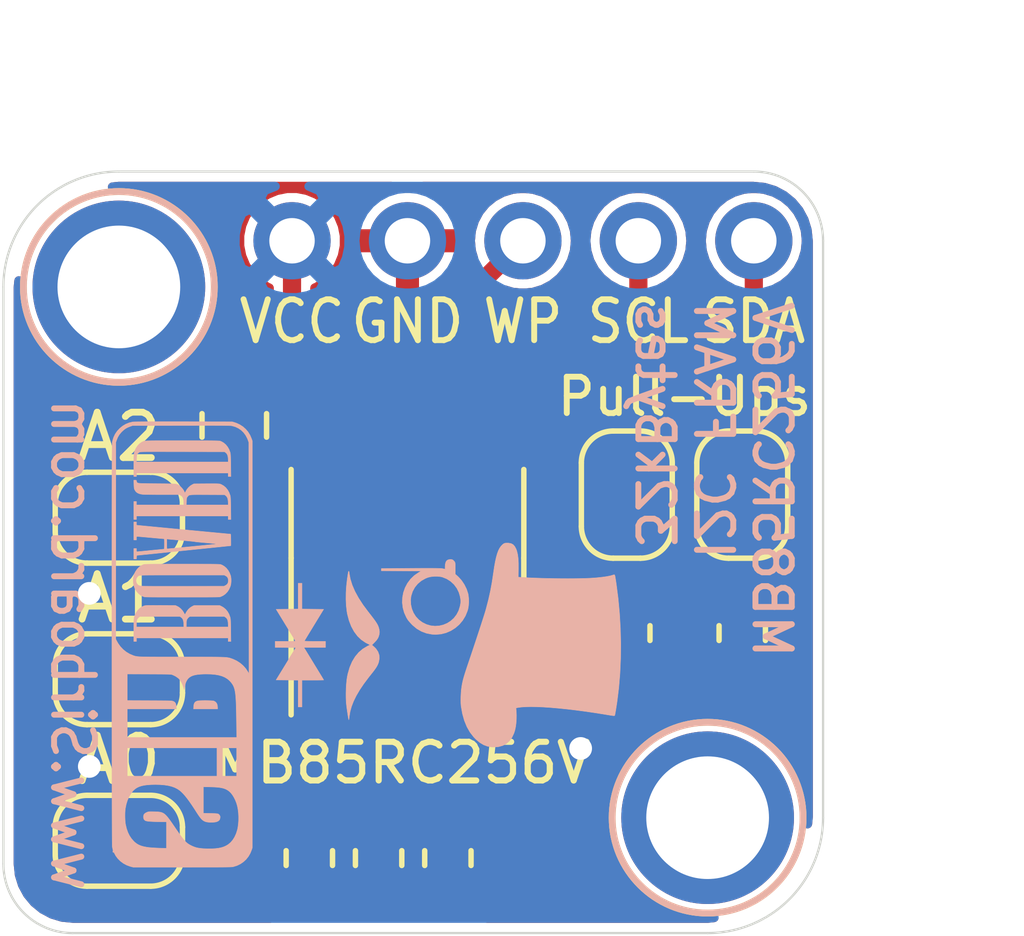
<source format=kicad_pcb>
(kicad_pcb (version 20171130) (host pcbnew "(5.1.2)-2")

  (general
    (thickness 1.6)
    (drawings 18)
    (tracks 62)
    (zones 0)
    (modules 17)
    (nets 11)
  )

  (page User 132.004 102.006)
  (title_block
    (title "MB85RC256V Based FRAM Module")
    (date 2019-12-06)
    (rev 1)
    (company www.SirBoard.com)
    (comment 1 SirBoard)
    (comment 2 SirKeep)
    (comment 3 MB85RC256V)
  )

  (layers
    (0 F.Cu signal)
    (31 B.Cu signal)
    (32 B.Adhes user hide)
    (33 F.Adhes user hide)
    (34 B.Paste user hide)
    (35 F.Paste user hide)
    (36 B.SilkS user)
    (37 F.SilkS user)
    (38 B.Mask user hide)
    (39 F.Mask user hide)
    (40 Dwgs.User user)
    (41 Cmts.User user hide)
    (42 Eco1.User user hide)
    (43 Eco2.User user hide)
    (44 Edge.Cuts user)
    (45 Margin user hide)
    (46 B.CrtYd user hide)
    (47 F.CrtYd user hide)
    (48 B.Fab user hide)
    (49 F.Fab user hide)
  )

  (setup
    (last_trace_width 0.127)
    (user_trace_width 0.127)
    (user_trace_width 0.15)
    (user_trace_width 0.2)
    (user_trace_width 0.25)
    (user_trace_width 0.3)
    (user_trace_width 0.4)
    (user_trace_width 0.5)
    (user_trace_width 0.6)
    (user_trace_width 0.7)
    (user_trace_width 0.8)
    (user_trace_width 0.9)
    (user_trace_width 1)
    (user_trace_width 1.5)
    (user_trace_width 2)
    (trace_clearance 0.127)
    (zone_clearance 0.2)
    (zone_45_only no)
    (trace_min 0.127)
    (via_size 0.6)
    (via_drill 0.3)
    (via_min_size 0.6)
    (via_min_drill 0.3)
    (user_via 0.6 0.3)
    (user_via 0.8 0.4)
    (user_via 1 0.5)
    (user_via 1.6 0.8)
    (user_via 3.5 2.5)
    (uvia_size 0.45)
    (uvia_drill 0.2)
    (uvias_allowed no)
    (uvia_min_size 0.45)
    (uvia_min_drill 0.1)
    (edge_width 0.05)
    (segment_width 0.2)
    (pcb_text_width 0.3)
    (pcb_text_size 1.5 1.5)
    (mod_edge_width 0.12)
    (mod_text_size 0.8 0.9)
    (mod_text_width 0.13)
    (pad_size 1.7 1.7)
    (pad_drill 1)
    (pad_to_mask_clearance 0)
    (solder_mask_min_width 0.1)
    (aux_axis_origin 0 0)
    (visible_elements 7FFFFFFF)
    (pcbplotparams
      (layerselection 0x010f0_ffffffff)
      (usegerberextensions false)
      (usegerberattributes false)
      (usegerberadvancedattributes false)
      (creategerberjobfile false)
      (excludeedgelayer true)
      (linewidth 0.100000)
      (plotframeref false)
      (viasonmask false)
      (mode 1)
      (useauxorigin true)
      (hpglpennumber 1)
      (hpglpenspeed 20)
      (hpglpendiameter 15.000000)
      (psnegative false)
      (psa4output false)
      (plotreference true)
      (plotvalue false)
      (plotinvisibletext false)
      (padsonsilk false)
      (subtractmaskfromsilk false)
      (outputformat 1)
      (mirror false)
      (drillshape 0)
      (scaleselection 1)
      (outputdirectory "C:/Users/elisha3/Desktop/GitHub/Gerbers/SirMicro/"))
  )

  (net 0 "")
  (net 1 GND)
  (net 2 SCL)
  (net 3 SDA)
  (net 4 VCC)
  (net 5 /A0)
  (net 6 /A1)
  (net 7 /A2)
  (net 8 WP)
  (net 9 "Net-(R1-Pad1)")
  (net 10 "Net-(R2-Pad1)")

  (net_class Default "This is the default net class."
    (clearance 0.127)
    (trace_width 0.127)
    (via_dia 0.6)
    (via_drill 0.3)
    (uvia_dia 0.45)
    (uvia_drill 0.2)
    (add_net /A0)
    (add_net /A1)
    (add_net /A2)
    (add_net GND)
    (add_net "Net-(R1-Pad1)")
    (add_net "Net-(R2-Pad1)")
    (add_net SCL)
    (add_net SDA)
    (add_net VCC)
    (add_net WP)
  )

  (module Package_SO:SOIC-8_3.9x4.9mm_P1.27mm (layer F.Cu) (tedit 5C97300E) (tstamp 5DEAE008)
    (at 58.42 42.545 90)
    (descr "SOIC, 8 Pin (JEDEC MS-012AA, https://www.analog.com/media/en/package-pcb-resources/package/pkg_pdf/soic_narrow-r/r_8.pdf), generated with kicad-footprint-generator ipc_gullwing_generator.py")
    (tags "SOIC SO")
    (path /5DEB39FE)
    (attr smd)
    (fp_text reference MB85RC256V (at -4.5085 -0.127 180) (layer F.SilkS)
      (effects (font (size 0.85 0.85) (thickness 0.135)))
    )
    (fp_text value MB85RC256V (at 0 3.4 90) (layer F.Fab)
      (effects (font (size 1 1) (thickness 0.15)))
    )
    (fp_text user %R (at 0 0 90) (layer F.Fab)
      (effects (font (size 0.98 0.98) (thickness 0.15)))
    )
    (fp_line (start 3.7 -2.7) (end -3.7 -2.7) (layer F.CrtYd) (width 0.05))
    (fp_line (start 3.7 2.7) (end 3.7 -2.7) (layer F.CrtYd) (width 0.05))
    (fp_line (start -3.7 2.7) (end 3.7 2.7) (layer F.CrtYd) (width 0.05))
    (fp_line (start -3.7 -2.7) (end -3.7 2.7) (layer F.CrtYd) (width 0.05))
    (fp_line (start -1.95 -1.475) (end -0.975 -2.45) (layer F.Fab) (width 0.1))
    (fp_line (start -1.95 2.45) (end -1.95 -1.475) (layer F.Fab) (width 0.1))
    (fp_line (start 1.95 2.45) (end -1.95 2.45) (layer F.Fab) (width 0.1))
    (fp_line (start 1.95 -2.45) (end 1.95 2.45) (layer F.Fab) (width 0.1))
    (fp_line (start -0.975 -2.45) (end 1.95 -2.45) (layer F.Fab) (width 0.1))
    (fp_line (start 0 -2.56) (end -3.45 -2.56) (layer F.SilkS) (width 0.12))
    (fp_line (start 0 -2.56) (end 1.95 -2.56) (layer F.SilkS) (width 0.12))
    (fp_line (start 0 2.56) (end -1.95 2.56) (layer F.SilkS) (width 0.12))
    (fp_line (start 0 2.56) (end 1.95 2.56) (layer F.SilkS) (width 0.12))
    (pad 8 smd roundrect (at 2.475 -1.905 90) (size 1.95 0.6) (layers F.Cu F.Paste F.Mask) (roundrect_rratio 0.25)
      (net 4 VCC))
    (pad 7 smd roundrect (at 2.475 -0.635 90) (size 1.95 0.6) (layers F.Cu F.Paste F.Mask) (roundrect_rratio 0.25)
      (net 8 WP))
    (pad 6 smd roundrect (at 2.475 0.635 90) (size 1.95 0.6) (layers F.Cu F.Paste F.Mask) (roundrect_rratio 0.25)
      (net 2 SCL))
    (pad 5 smd roundrect (at 2.475 1.905 90) (size 1.95 0.6) (layers F.Cu F.Paste F.Mask) (roundrect_rratio 0.25)
      (net 3 SDA))
    (pad 4 smd roundrect (at -2.475 1.905 90) (size 1.95 0.6) (layers F.Cu F.Paste F.Mask) (roundrect_rratio 0.25)
      (net 1 GND))
    (pad 3 smd roundrect (at -2.475 0.635 90) (size 1.95 0.6) (layers F.Cu F.Paste F.Mask) (roundrect_rratio 0.25)
      (net 7 /A2))
    (pad 2 smd roundrect (at -2.475 -0.635 90) (size 1.95 0.6) (layers F.Cu F.Paste F.Mask) (roundrect_rratio 0.25)
      (net 6 /A1))
    (pad 1 smd roundrect (at -2.475 -1.905 90) (size 1.95 0.6) (layers F.Cu F.Paste F.Mask) (roundrect_rratio 0.25)
      (net 5 /A0))
    (model ${KISYS3DMOD}/Package_SO.3dshapes/SOIC-8_3.9x4.9mm_P1.27mm.wrl
      (at (xyz 0 0 0))
      (scale (xyz 1 1 1))
      (rotate (xyz 0 0 0))
    )
  )

  (module logo:SirBoard98x31 (layer B.Cu) (tedit 0) (tstamp 5DE5FB5E)
    (at 53.467 44.45 90)
    (fp_text reference G*** (at 0 0 90) (layer B.SilkS) hide
      (effects (font (size 1.524 1.524) (thickness 0.3)) (justify mirror))
    )
    (fp_text value LOGO (at 0.75 0 90) (layer B.SilkS) hide
      (effects (font (size 1.524 1.524) (thickness 0.3)) (justify mirror))
    )
    (fp_poly (pts (xy -1.334868 0.770261) (xy -1.296392 0.756996) (xy -1.266987 0.734987) (xy -1.246785 0.704317)
      (xy -1.241064 0.688829) (xy -1.238088 0.672122) (xy -1.23565 0.645116) (xy -1.233769 0.610202)
      (xy -1.232464 0.56977) (xy -1.231755 0.52621) (xy -1.231659 0.481913) (xy -1.232196 0.43927)
      (xy -1.233385 0.400671) (xy -1.235245 0.368506) (xy -1.237795 0.345166) (xy -1.238311 0.34218)
      (xy -1.24858 0.307816) (xy -1.265582 0.282169) (xy -1.290549 0.264343) (xy -1.32471 0.253445)
      (xy -1.366838 0.248689) (xy -1.41605 0.246306) (xy -1.41605 0.7747) (xy -1.382278 0.7747)
      (xy -1.334868 0.770261)) (layer B.SilkS) (width 0.01))
    (fp_poly (pts (xy 3.948112 1.065045) (xy 4.013772 1.064113) (xy 4.068018 1.063129) (xy 4.112139 1.062033)
      (xy 4.147419 1.060764) (xy 4.175147 1.059258) (xy 4.196608 1.057456) (xy 4.21309 1.055294)
      (xy 4.225879 1.052713) (xy 4.230221 1.051557) (xy 4.294012 1.027902) (xy 4.351034 0.995831)
      (xy 4.400081 0.956391) (xy 4.439947 0.910632) (xy 4.469424 0.859603) (xy 4.478882 0.835482)
      (xy 4.480434 0.830097) (xy 4.481828 0.823175) (xy 4.483071 0.814047) (xy 4.484173 0.802044)
      (xy 4.485142 0.786497) (xy 4.485986 0.766739) (xy 4.486714 0.742099) (xy 4.487333 0.71191)
      (xy 4.487854 0.675503) (xy 4.488283 0.632208) (xy 4.488629 0.581357) (xy 4.488902 0.522282)
      (xy 4.489108 0.454314) (xy 4.489257 0.376783) (xy 4.489357 0.289022) (xy 4.489417 0.190361)
      (xy 4.489445 0.080132) (xy 4.48945 -0.003312) (xy 4.489445 -0.121255) (xy 4.489424 -0.227178)
      (xy 4.489376 -0.32176) (xy 4.489293 -0.40568) (xy 4.489163 -0.479619) (xy 4.488978 -0.544254)
      (xy 4.488726 -0.600266) (xy 4.488399 -0.648335) (xy 4.487986 -0.689139) (xy 4.487477 -0.723359)
      (xy 4.486863 -0.751673) (xy 4.486133 -0.774761) (xy 4.485278 -0.793303) (xy 4.484287 -0.807977)
      (xy 4.483151 -0.819465) (xy 4.481859 -0.828444) (xy 4.480403 -0.835595) (xy 4.478771 -0.841596)
      (xy 4.477128 -0.846623) (xy 4.453388 -0.896872) (xy 4.418842 -0.943299) (xy 4.375154 -0.984485)
      (xy 4.323992 -1.01901) (xy 4.267018 -1.045453) (xy 4.230548 -1.056899) (xy 4.218373 -1.059529)
      (xy 4.20328 -1.061668) (xy 4.183954 -1.063364) (xy 4.159082 -1.064661) (xy 4.127351 -1.065606)
      (xy 4.087447 -1.066244) (xy 4.038057 -1.066621) (xy 3.977866 -1.066784) (xy 3.947195 -1.0668)
      (xy 3.70205 -1.0668) (xy 3.70205 -1.010685) (xy 4.01955 -1.010685) (xy 4.098358 -1.00858)
      (xy 4.131373 -1.007576) (xy 4.154427 -1.006264) (xy 4.170256 -1.004075) (xy 4.181596 -1.000439)
      (xy 4.191183 -0.994789) (xy 4.200877 -0.987265) (xy 4.218338 -0.970356) (xy 4.233152 -0.951452)
      (xy 4.236427 -0.94599) (xy 4.238045 -0.942629) (xy 4.239507 -0.938464) (xy 4.24082 -0.932875)
      (xy 4.241989 -0.925242) (xy 4.243021 -0.914942) (xy 4.243924 -0.901356) (xy 4.244703 -0.883863)
      (xy 4.245366 -0.861841) (xy 4.245919 -0.834671) (xy 4.246369 -0.801731) (xy 4.246722 -0.762401)
      (xy 4.246986 -0.716059) (xy 4.247166 -0.662085) (xy 4.24727 -0.599859) (xy 4.247303 -0.528758)
      (xy 4.247274 -0.448164) (xy 4.247188 -0.357454) (xy 4.247053 -0.256008) (xy 4.246874 -0.143205)
      (xy 4.246659 -0.018425) (xy 4.24662 0.003175) (xy 4.244975 0.930275) (xy 4.227002 0.953768)
      (xy 4.206224 0.975479) (xy 4.180782 0.991026) (xy 4.148465 1.001262) (xy 4.10706 1.007039)
      (xy 4.085143 1.008398) (xy 4.01955 1.011315) (xy 4.01955 -1.010685) (xy 3.70205 -1.010685)
      (xy 3.70205 -1.00965) (xy 3.77825 -1.00965) (xy 3.77825 1.00965) (xy 3.70205 1.00965)
      (xy 3.70205 1.068223) (xy 3.948112 1.065045)) (layer B.SilkS) (width 0.01))
    (fp_poly (pts (xy 3.001962 1.065045) (xy 3.067622 1.064113) (xy 3.121868 1.063129) (xy 3.165989 1.062033)
      (xy 3.201269 1.060764) (xy 3.228997 1.059258) (xy 3.250458 1.057456) (xy 3.26694 1.055294)
      (xy 3.279729 1.052713) (xy 3.284071 1.051557) (xy 3.347955 1.027878) (xy 3.404993 0.995801)
      (xy 3.454004 0.95636) (xy 3.493808 0.910584) (xy 3.523224 0.859504) (xy 3.533106 0.834017)
      (xy 3.53576 0.824889) (xy 3.537924 0.814282) (xy 3.539635 0.800942) (xy 3.54093 0.783616)
      (xy 3.541844 0.761051) (xy 3.542416 0.731995) (xy 3.542681 0.695194) (xy 3.542677 0.649394)
      (xy 3.54244 0.593343) (xy 3.54203 0.529217) (xy 3.540125 0.257175) (xy 3.519529 0.21508)
      (xy 3.494525 0.175335) (xy 3.460396 0.137183) (xy 3.420595 0.103968) (xy 3.379572 0.079507)
      (xy 3.359885 0.069573) (xy 3.34574 0.061319) (xy 3.340106 0.056485) (xy 3.3401 0.056402)
      (xy 3.345417 0.05153) (xy 3.358292 0.045705) (xy 3.359075 0.045428) (xy 3.389753 0.030739)
      (xy 3.423362 0.008155) (xy 3.456231 -0.01937) (xy 3.484688 -0.04888) (xy 3.498368 -0.066675)
      (xy 3.506523 -0.078479) (xy 3.51354 -0.088941) (xy 3.519511 -0.099066) (xy 3.524531 -0.109863)
      (xy 3.52869 -0.122339) (xy 3.532081 -0.137501) (xy 3.534798 -0.156356) (xy 3.536932 -0.179912)
      (xy 3.538577 -0.209176) (xy 3.539824 -0.245156) (xy 3.540767 -0.288858) (xy 3.541497 -0.34129)
      (xy 3.542108 -0.40346) (xy 3.542692 -0.476375) (xy 3.5433 -0.555625) (xy 3.543961 -0.639343)
      (xy 3.544585 -0.711303) (xy 3.545236 -0.772447) (xy 3.545981 -0.823716) (xy 3.546886 -0.866051)
      (xy 3.548017 -0.900395) (xy 3.549439 -0.927688) (xy 3.551219 -0.948873) (xy 3.553421 -0.964891)
      (xy 3.556113 -0.976683) (xy 3.55936 -0.985191) (xy 3.563228 -0.991357) (xy 3.567782 -0.996122)
      (xy 3.573089 -1.000427) (xy 3.574499 -1.00151) (xy 3.588393 -1.007484) (xy 3.602037 -1.009448)
      (xy 3.612711 -1.010537) (xy 3.617819 -1.015761) (xy 3.619398 -1.028544) (xy 3.6195 -1.03882)
      (xy 3.6195 -1.06799) (xy 3.529012 -1.065381) (xy 3.490774 -1.063991) (xy 3.46258 -1.062128)
      (xy 3.441773 -1.059432) (xy 3.425698 -1.055546) (xy 3.411699 -1.050109) (xy 3.40995 -1.049297)
      (xy 3.37361 -1.026402) (xy 3.345502 -0.995481) (xy 3.325138 -0.955714) (xy 3.312033 -0.906284)
      (xy 3.308043 -0.877611) (xy 3.306983 -0.861183) (xy 3.305981 -0.833373) (xy 3.305055 -0.795503)
      (xy 3.304224 -0.74889) (xy 3.303505 -0.694855) (xy 3.302917 -0.634716) (xy 3.302476 -0.569794)
      (xy 3.302202 -0.501406) (xy 3.302112 -0.44098) (xy 3.302 -0.059636) (xy 3.28367 -0.030733)
      (xy 3.265424 -0.007558) (xy 3.243052 0.009276) (xy 3.214395 0.020681) (xy 3.177293 0.027572)
      (xy 3.138993 0.030498) (xy 3.0734 0.033415) (xy 3.0734 -1.00965) (xy 3.1496 -1.00965)
      (xy 3.1496 -1.0668) (xy 2.7559 -1.0668) (xy 2.7559 -1.00965) (xy 2.8321 -1.00965)
      (xy 2.8321 0.087865) (xy 3.0734 0.087865) (xy 3.152208 0.08997) (xy 3.185223 0.090974)
      (xy 3.208277 0.092286) (xy 3.224106 0.094475) (xy 3.235446 0.098111) (xy 3.245033 0.103761)
      (xy 3.254727 0.111285) (xy 3.26434 0.118914) (xy 3.272566 0.125713) (xy 3.279507 0.132677)
      (xy 3.285268 0.140807) (xy 3.289951 0.151099) (xy 3.293661 0.164553) (xy 3.296502 0.182167)
      (xy 3.298576 0.204938) (xy 3.299988 0.233865) (xy 3.30084 0.269947) (xy 3.301237 0.314181)
      (xy 3.301283 0.367566) (xy 3.30108 0.4311) (xy 3.300733 0.505781) (xy 3.300516 0.55245)
      (xy 3.298825 0.930275) (xy 3.280852 0.953768) (xy 3.260074 0.975479) (xy 3.234632 0.991026)
      (xy 3.202315 1.001262) (xy 3.16091 1.007039) (xy 3.138993 1.008398) (xy 3.0734 1.011315)
      (xy 3.0734 0.087865) (xy 2.8321 0.087865) (xy 2.8321 1.00965) (xy 2.7559 1.00965)
      (xy 2.7559 1.068223) (xy 3.001962 1.065045)) (layer B.SilkS) (width 0.01))
    (fp_poly (pts (xy 2.255698 1.067431) (xy 2.289396 1.06708) (xy 2.324118 1.066449) (xy 2.357546 1.06558)
      (xy 2.387366 1.064514) (xy 2.411261 1.063293) (xy 2.426916 1.061959) (xy 2.43205 1.060658)
      (xy 2.43264 1.053346) (xy 2.43436 1.03421) (xy 2.437132 1.004069) (xy 2.440877 0.963743)
      (xy 2.445519 0.91405) (xy 2.450979 0.855809) (xy 2.457179 0.789839) (xy 2.464043 0.716959)
      (xy 2.471492 0.637987) (xy 2.479448 0.553744) (xy 2.487834 0.465047) (xy 2.496572 0.372716)
      (xy 2.505584 0.27757) (xy 2.514793 0.180427) (xy 2.52412 0.082107) (xy 2.533489 -0.016573)
      (xy 2.54282 -0.114791) (xy 2.552037 -0.211731) (xy 2.561062 -0.306573) (xy 2.569817 -0.398497)
      (xy 2.578225 -0.486686) (xy 2.586207 -0.570319) (xy 2.593685 -0.648579) (xy 2.600583 -0.720646)
      (xy 2.606822 -0.785702) (xy 2.612325 -0.842927) (xy 2.617014 -0.891502) (xy 2.62081 -0.930609)
      (xy 2.623638 -0.959429) (xy 2.625417 -0.977142) (xy 2.62602 -0.982662) (xy 2.629678 -1.00965)
      (xy 2.69875 -1.00965) (xy 2.69875 -1.0668) (xy 2.30505 -1.0668) (xy 2.30505 -1.00965)
      (xy 2.34315 -1.00965) (xy 2.36424 -1.009386) (xy 2.375623 -1.007628) (xy 2.380293 -1.002924)
      (xy 2.381243 -0.993823) (xy 2.38125 -0.991179) (xy 2.380682 -0.981099) (xy 2.379058 -0.959768)
      (xy 2.376499 -0.928579) (xy 2.373123 -0.888926) (xy 2.369051 -0.842203) (xy 2.364402 -0.789804)
      (xy 2.359295 -0.733124) (xy 2.35585 -0.695325) (xy 2.350527 -0.636926) (xy 2.345582 -0.582161)
      (xy 2.341136 -0.532383) (xy 2.337305 -0.488946) (xy 2.334209 -0.453202) (xy 2.331967 -0.426507)
      (xy 2.330697 -0.410213) (xy 2.33045 -0.40582) (xy 2.329787 -0.401507) (xy 2.326652 -0.398358)
      (xy 2.319325 -0.396192) (xy 2.306087 -0.394825) (xy 2.285219 -0.394076) (xy 2.255002 -0.393761)
      (xy 2.21615 -0.3937) (xy 2.179637 -0.393906) (xy 2.14795 -0.394481) (xy 2.123092 -0.395355)
      (xy 2.107068 -0.396458) (xy 2.10185 -0.39763) (xy 2.101242 -0.404564) (xy 2.099504 -0.422861)
      (xy 2.09676 -0.451245) (xy 2.093133 -0.488443) (xy 2.088749 -0.533178) (xy 2.083732 -0.584177)
      (xy 2.078208 -0.640163) (xy 2.073275 -0.690021) (xy 2.067394 -0.749715) (xy 2.061922 -0.805914)
      (xy 2.056984 -0.857274) (xy 2.052706 -0.902452) (xy 2.049215 -0.940104) (xy 2.046636 -0.968886)
      (xy 2.045098 -0.987455) (xy 2.0447 -0.994065) (xy 2.045646 -1.002994) (xy 2.050553 -1.007644)
      (xy 2.062526 -1.009399) (xy 2.079625 -1.00965) (xy 2.11455 -1.00965) (xy 2.11455 -1.0668)
      (xy 1.88595 -1.0668) (xy 1.88595 -1.010256) (xy 1.925404 -1.008365) (xy 1.964859 -1.006475)
      (xy 2.033954 -0.331787) (xy 2.108021 -0.331787) (xy 2.109047 -0.335839) (xy 2.113139 -0.338772)
      (xy 2.122044 -0.340765) (xy 2.137509 -0.341994) (xy 2.16128 -0.342639) (xy 2.195104 -0.342877)
      (xy 2.217024 -0.3429) (xy 2.325848 -0.3429) (xy 2.322163 -0.309562) (xy 2.320832 -0.296181)
      (xy 2.318545 -0.271654) (xy 2.315435 -0.23749) (xy 2.311638 -0.195195) (xy 2.30729 -0.146278)
      (xy 2.302524 -0.092246) (xy 2.297476 -0.034607) (xy 2.294738 -0.003175) (xy 2.289649 0.054376)
      (xy 2.284747 0.107946) (xy 2.280163 0.156223) (xy 2.276031 0.197899) (xy 2.272481 0.231665)
      (xy 2.269647 0.256209) (xy 2.267659 0.270223) (xy 2.266908 0.27305) (xy 2.265479 0.279869)
      (xy 2.263141 0.297972) (xy 2.260032 0.325985) (xy 2.256291 0.362535) (xy 2.252059 0.40625)
      (xy 2.247473 0.455756) (xy 2.242674 0.50968) (xy 2.241304 0.525463) (xy 2.236488 0.58023)
      (xy 2.231868 0.630834) (xy 2.22758 0.675926) (xy 2.22376 0.714155) (xy 2.220544 0.744171)
      (xy 2.218067 0.764626) (xy 2.216467 0.774167) (xy 2.216185 0.7747) (xy 2.215181 0.768563)
      (xy 2.213086 0.750885) (xy 2.210009 0.72277) (xy 2.206056 0.685322) (xy 2.201336 0.639643)
      (xy 2.195957 0.586837) (xy 2.190026 0.528007) (xy 2.183652 0.464256) (xy 2.176942 0.396688)
      (xy 2.170004 0.326405) (xy 2.162945 0.254512) (xy 2.155875 0.18211) (xy 2.1489 0.110304)
      (xy 2.142128 0.040197) (xy 2.135668 -0.027109) (xy 2.129627 -0.09051) (xy 2.124113 -0.148902)
      (xy 2.119233 -0.201183) (xy 2.115097 -0.246249) (xy 2.11181 -0.282997) (xy 2.109482 -0.310324)
      (xy 2.10822 -0.327127) (xy 2.108021 -0.331787) (xy 2.033954 -0.331787) (xy 2.070859 0.028575)
      (xy 2.08247 0.14192) (xy 2.093731 0.251813) (xy 2.104577 0.357593) (xy 2.114937 0.458597)
      (xy 2.124746 0.554164) (xy 2.133933 0.643632) (xy 2.142431 0.726338) (xy 2.150173 0.801621)
      (xy 2.157089 0.868818) (xy 2.163113 0.927268) (xy 2.168175 0.976308) (xy 2.172209 1.015276)
      (xy 2.175145 1.04351) (xy 2.176915 1.060349) (xy 2.177455 1.065213) (xy 2.183901 1.066394)
      (xy 2.200634 1.06713) (xy 2.225339 1.067462) (xy 2.255698 1.067431)) (layer B.SilkS) (width 0.01))
    (fp_poly (pts (xy 0.315912 1.065045) (xy 0.379618 1.064193) (xy 0.432035 1.063338) (xy 0.474574 1.062405)
      (xy 0.508644 1.061319) (xy 0.535658 1.060003) (xy 0.557025 1.05838) (xy 0.574156 1.056377)
      (xy 0.588461 1.053916) (xy 0.601353 1.050921) (xy 0.607066 1.049379) (xy 0.670208 1.026095)
      (xy 0.726962 0.993722) (xy 0.775879 0.953382) (xy 0.815509 0.906199) (xy 0.835519 0.872552)
      (xy 0.860425 0.823475) (xy 0.860425 0.257175) (xy 0.839829 0.21508) (xy 0.814825 0.175335)
      (xy 0.780696 0.137183) (xy 0.740895 0.103968) (xy 0.699872 0.079507) (xy 0.680212 0.069713)
      (xy 0.66609 0.061804) (xy 0.66046 0.05744) (xy 0.660453 0.057368) (xy 0.665672 0.052995)
      (xy 0.679421 0.044537) (xy 0.698917 0.033686) (xy 0.702556 0.03175) (xy 0.750388 0.000861)
      (xy 0.792258 -0.037266) (xy 0.825553 -0.080017) (xy 0.839801 -0.105679) (xy 0.860425 -0.149225)
      (xy 0.862231 -0.478713) (xy 0.862603 -0.552976) (xy 0.862818 -0.615649) (xy 0.86285 -0.667843)
      (xy 0.862672 -0.710667) (xy 0.862258 -0.745231) (xy 0.861579 -0.772644) (xy 0.860611 -0.794018)
      (xy 0.859326 -0.810461) (xy 0.857697 -0.823083) (xy 0.855698 -0.832995) (xy 0.853512 -0.840663)
      (xy 0.830277 -0.892362) (xy 0.796171 -0.939891) (xy 0.752694 -0.981952) (xy 0.701346 -1.017247)
      (xy 0.643628 -1.044476) (xy 0.603341 -1.057251) (xy 0.591264 -1.059791) (xy 0.575716 -1.061861)
      (xy 0.555431 -1.063505) (xy 0.529144 -1.064763) (xy 0.495588 -1.065678) (xy 0.453498 -1.066293)
      (xy 0.401607 -1.066651) (xy 0.33865 -1.066793) (xy 0.31817 -1.0668) (xy 0.06985 -1.0668)
      (xy 0.06985 -1.00965) (xy 0.14605 -1.00965) (xy 0.38735 -1.00965) (xy 0.45837 -1.00965)
      (xy 0.492238 -1.009231) (xy 0.516639 -1.007692) (xy 0.534783 -1.004605) (xy 0.549884 -0.999542)
      (xy 0.556285 -0.99663) (xy 0.577654 -0.982846) (xy 0.597244 -0.964822) (xy 0.601152 -0.960117)
      (xy 0.619125 -0.936625) (xy 0.619125 -0.053047) (xy 0.602081 -0.027293) (xy 0.583806 -0.00538)
      (xy 0.560905 0.01059) (xy 0.531327 0.02143) (xy 0.493022 0.027951) (xy 0.455966 0.030555)
      (xy 0.38735 0.033382) (xy 0.38735 -1.00965) (xy 0.14605 -1.00965) (xy 0.14605 0.0889)
      (xy 0.38735 0.0889) (xy 0.45837 0.0889) (xy 0.492238 0.089319) (xy 0.516639 0.090858)
      (xy 0.534783 0.093945) (xy 0.549884 0.099008) (xy 0.556285 0.10192) (xy 0.577654 0.115704)
      (xy 0.597244 0.133728) (xy 0.601152 0.138433) (xy 0.619125 0.161925) (xy 0.619125 0.924853)
      (xy 0.602081 0.950607) (xy 0.583806 0.97252) (xy 0.560905 0.98849) (xy 0.531327 0.99933)
      (xy 0.493022 1.005851) (xy 0.455966 1.008455) (xy 0.38735 1.011282) (xy 0.38735 0.0889)
      (xy 0.14605 0.0889) (xy 0.14605 1.00965) (xy 0.06985 1.00965) (xy 0.06985 1.068134)
      (xy 0.315912 1.065045)) (layer B.SilkS) (width 0.01))
    (fp_poly (pts (xy 1.447906 1.072203) (xy 1.495528 1.066412) (xy 1.51895 1.060986) (xy 1.579263 1.038398)
      (xy 1.634065 1.007305) (xy 1.681802 0.969054) (xy 1.720915 0.924992) (xy 1.749851 0.876466)
      (xy 1.759328 0.852974) (xy 1.761114 0.84747) (xy 1.762719 0.841435) (xy 1.764152 0.834196)
      (xy 1.765423 0.82508) (xy 1.766542 0.813412) (xy 1.767518 0.79852) (xy 1.768362 0.779728)
      (xy 1.769082 0.756365) (xy 1.769689 0.727756) (xy 1.770192 0.693227) (xy 1.770601 0.652104)
      (xy 1.770925 0.603715) (xy 1.771175 0.547385) (xy 1.77136 0.482441) (xy 1.77149 0.408209)
      (xy 1.771574 0.324016) (xy 1.771622 0.229187) (xy 1.771644 0.123049) (xy 1.771649 0.004929)
      (xy 1.77165 -0.003175) (xy 1.771645 -0.122096) (xy 1.771624 -0.228992) (xy 1.771578 -0.324535)
      (xy 1.771497 -0.409399) (xy 1.77137 -0.484258) (xy 1.771189 -0.549785) (xy 1.770944 -0.606653)
      (xy 1.770624 -0.655538) (xy 1.770221 -0.697112) (xy 1.769724 -0.732049) (xy 1.769125 -0.761022)
      (xy 1.768412 -0.784706) (xy 1.767577 -0.803774) (xy 1.76661 -0.818899) (xy 1.7655 -0.830756)
      (xy 1.764239 -0.840017) (xy 1.762817 -0.847357) (xy 1.761224 -0.85345) (xy 1.75945 -0.858968)
      (xy 1.759328 -0.859323) (xy 1.735588 -0.909572) (xy 1.701042 -0.955999) (xy 1.657354 -0.997185)
      (xy 1.606192 -1.03171) (xy 1.549218 -1.058153) (xy 1.512748 -1.069599) (xy 1.478453 -1.075652)
      (xy 1.436821 -1.078735) (xy 1.392283 -1.078899) (xy 1.349271 -1.076192) (xy 1.312216 -1.070662)
      (xy 1.298575 -1.067239) (xy 1.236844 -1.044185) (xy 1.183808 -1.013859) (xy 1.13678 -0.974635)
      (xy 1.123747 -0.961216) (xy 1.095717 -0.928091) (xy 1.075431 -0.896108) (xy 1.059672 -0.859994)
      (xy 1.056469 -0.8509) (xy 1.054736 -0.845403) (xy 1.053179 -0.839177) (xy 1.05179 -0.831546)
      (xy 1.050559 -0.821835) (xy 1.049476 -0.809368) (xy 1.048532 -0.793468) (xy 1.047717 -0.77346)
      (xy 1.047022 -0.748669) (xy 1.046437 -0.718417) (xy 1.045953 -0.682031) (xy 1.045561 -0.638833)
      (xy 1.045251 -0.588148) (xy 1.045013 -0.5293) (xy 1.044838 -0.461614) (xy 1.044716 -0.384413)
      (xy 1.044638 -0.297022) (xy 1.04462 -0.25572) (xy 1.283856 -0.25572) (xy 1.283865 -0.375005)
      (xy 1.283986 -0.48294) (xy 1.284219 -0.579375) (xy 1.284563 -0.664159) (xy 1.285018 -0.737142)
      (xy 1.285582 -0.798174) (xy 1.286256 -0.847104) (xy 1.287037 -0.883782) (xy 1.287925 -0.908058)
      (xy 1.288899 -0.919668) (xy 1.295575 -0.943725) (xy 1.305372 -0.966046) (xy 1.310937 -0.974847)
      (xy 1.337478 -0.999815) (xy 1.370201 -1.015511) (xy 1.406176 -1.021504) (xy 1.442468 -1.017364)
      (xy 1.476147 -1.002662) (xy 1.480513 -0.999717) (xy 1.498926 -0.98381) (xy 1.514393 -0.965659)
      (xy 1.51858 -0.958949) (xy 1.520188 -0.955553) (xy 1.521642 -0.951296) (xy 1.522951 -0.945557)
      (xy 1.524122 -0.937717) (xy 1.525162 -0.927157) (xy 1.52608 -0.913257) (xy 1.526884 -0.895396)
      (xy 1.527579 -0.872957) (xy 1.528176 -0.845318) (xy 1.52868 -0.81186) (xy 1.5291 -0.771965)
      (xy 1.529443 -0.725011) (xy 1.529717 -0.670381) (xy 1.52993 -0.607453) (xy 1.53009 -0.535609)
      (xy 1.530203 -0.454228) (xy 1.530278 -0.362692) (xy 1.530322 -0.26038) (xy 1.530344 -0.146673)
      (xy 1.530349 -0.020952) (xy 1.53035 -0.006866) (xy 1.53035 0.923091) (xy 1.51688 0.950915)
      (xy 1.49646 0.981102) (xy 1.469036 1.001085) (xy 1.433921 1.011261) (xy 1.4097 1.012825)
      (xy 1.370336 1.008412) (xy 1.339042 0.994654) (xy 1.314514 0.970777) (xy 1.300931 0.948157)
      (xy 1.285875 0.917575) (xy 1.28418 0.0163) (xy 1.283961 -0.125235) (xy 1.283856 -0.25572)
      (xy 1.04462 -0.25572) (xy 1.044595 -0.198765) (xy 1.044577 -0.088966) (xy 1.044575 -0.003175)
      (xy 1.04458 0.115231) (xy 1.044603 0.221612) (xy 1.044653 0.316646) (xy 1.044739 0.401008)
      (xy 1.044872 0.475374) (xy 1.045061 0.54042) (xy 1.045315 0.596822) (xy 1.045644 0.645257)
      (xy 1.046058 0.686401) (xy 1.046566 0.720929) (xy 1.047179 0.749517) (xy 1.047904 0.772843)
      (xy 1.048753 0.79158) (xy 1.049735 0.806407) (xy 1.050859 0.817998) (xy 1.052135 0.827031)
      (xy 1.053572 0.83418) (xy 1.055181 0.840122) (xy 1.056629 0.84455) (xy 1.082053 0.899185)
      (xy 1.118184 0.948541) (xy 1.16372 0.991467) (xy 1.217358 1.026814) (xy 1.277796 1.053434)
      (xy 1.301795 1.06089) (xy 1.346018 1.06944) (xy 1.396395 1.073212) (xy 1.447906 1.072203)) (layer B.SilkS) (width 0.01))
    (fp_poly (pts (xy 4.530725 1.522535) (xy 4.608848 1.489407) (xy 4.679637 1.446151) (xy 4.742476 1.393417)
      (xy 4.79675 1.331856) (xy 4.841842 1.262117) (xy 4.877138 1.184849) (xy 4.891464 1.141743)
      (xy 4.905033 1.095375) (xy 4.906966 0.0254) (xy 4.907214 -0.131001) (xy 4.907368 -0.274883)
      (xy 4.907429 -0.406428) (xy 4.907395 -0.525817) (xy 4.907266 -0.633229) (xy 4.907041 -0.728848)
      (xy 4.906719 -0.812852) (xy 4.906298 -0.885425) (xy 4.90578 -0.946746) (xy 4.905162 -0.996996)
      (xy 4.904443 -1.036357) (xy 4.903624 -1.06501) (xy 4.902703 -1.083136) (xy 4.902103 -1.089025)
      (xy 4.883697 -1.167889) (xy 4.853409 -1.242872) (xy 4.811716 -1.313018) (xy 4.759095 -1.37737)
      (xy 4.757433 -1.379117) (xy 4.69677 -1.434836) (xy 4.631964 -1.478908) (xy 4.561699 -1.51207)
      (xy 4.484656 -1.535055) (xy 4.473986 -1.537353) (xy 4.470046 -1.538117) (xy 4.465609 -1.538847)
      (xy 4.460392 -1.539545) (xy 4.454113 -1.54021) (xy 4.446492 -1.540845) (xy 4.437247 -1.541448)
      (xy 4.426095 -1.542022) (xy 4.412756 -1.542566) (xy 4.396948 -1.543082) (xy 4.37839 -1.54357)
      (xy 4.3568 -1.544031) (xy 4.331895 -1.544466) (xy 4.303396 -1.544875) (xy 4.27102 -1.545259)
      (xy 4.234486 -1.545619) (xy 4.193512 -1.545956) (xy 4.147816 -1.546269) (xy 4.097118 -1.546561)
      (xy 4.041135 -1.546831) (xy 3.979586 -1.547081) (xy 3.912189 -1.547311) (xy 3.838664 -1.547521)
      (xy 3.758727 -1.547714) (xy 3.672099 -1.547888) (xy 3.578496 -1.548046) (xy 3.477639 -1.548187)
      (xy 3.369244 -1.548312) (xy 3.253031 -1.548423) (xy 3.128718 -1.548519) (xy 2.996024 -1.548603)
      (xy 2.854666 -1.548673) (xy 2.704364 -1.548731) (xy 2.544835 -1.548778) (xy 2.375799 -1.548815)
      (xy 2.196974 -1.548842) (xy 2.008077 -1.548859) (xy 1.808829 -1.548868) (xy 1.598946 -1.54887)
      (xy 1.378148 -1.548864) (xy 1.146153 -1.548852) (xy 0.902679 -1.548835) (xy 0.647445 -1.548813)
      (xy 0.38017 -1.548787) (xy 0.100571 -1.548757) (xy 0.003175 -1.548746) (xy -0.285254 -1.548712)
      (xy -0.561248 -1.548673) (xy -0.825074 -1.548628) (xy -1.076999 -1.548578) (xy -1.317287 -1.548522)
      (xy -1.546205 -1.54846) (xy -1.764018 -1.548389) (xy -1.970994 -1.548311) (xy -2.167397 -1.548225)
      (xy -2.353495 -1.548129) (xy -2.529551 -1.548024) (xy -2.695834 -1.547908) (xy -2.852608 -1.547782)
      (xy -3.00014 -1.547645) (xy -3.138696 -1.547496) (xy -3.268541 -1.547334) (xy -3.389941 -1.547159)
      (xy -3.503164 -1.546971) (xy -3.608473 -1.546769) (xy -3.706137 -1.546552) (xy -3.796419 -1.54632)
      (xy -3.879587 -1.546073) (xy -3.955907 -1.545809) (xy -4.025644 -1.545528) (xy -4.089064 -1.545229)
      (xy -4.146434 -1.544913) (xy -4.198019 -1.544578) (xy -4.244085 -1.544224) (xy -4.284898 -1.54385)
      (xy -4.320725 -1.543456) (xy -4.351831 -1.543041) (xy -4.378481 -1.542604) (xy -4.400944 -1.542146)
      (xy -4.419483 -1.541665) (xy -4.434365 -1.541162) (xy -4.445856 -1.540634) (xy -4.454223 -1.540083)
      (xy -4.45973 -1.539506) (xy -4.460875 -1.539327) (xy -4.48681 -1.534305) (xy -4.509422 -1.529107)
      (xy -4.524518 -1.524715) (xy -4.526262 -1.524021) (xy -4.539883 -1.518929) (xy -4.546254 -1.518177)
      (xy -4.543314 -1.521854) (xy -4.541011 -1.523395) (xy -4.538719 -1.527149) (xy -4.548479 -1.528094)
      (xy -4.551686 -1.527969) (xy -4.567061 -1.525765) (xy -4.576132 -1.521985) (xy -4.575831 -1.519572)
      (xy -4.570862 -1.520922) (xy -4.560283 -1.521434) (xy -4.556941 -1.518969) (xy -4.55997 -1.513249)
      (xy -4.571795 -1.505423) (xy -4.580111 -1.501422) (xy -4.648451 -1.464939) (xy -4.710897 -1.417968)
      (xy -4.766405 -1.361759) (xy -4.813934 -1.297559) (xy -4.852441 -1.226619) (xy -4.880882 -1.150186)
      (xy -4.884664 -1.13665) (xy -4.899025 -1.082675) (xy -4.899025 -0.003175) (xy -4.89902 0.134546)
      (xy -4.898998 0.260153) (xy -4.898955 0.37423) (xy -4.898885 0.477364) (xy -4.898795 0.558991)
      (xy -4.494436 0.558991) (xy -4.493843 0.532421) (xy -4.490991 0.463053) (xy -4.486167 0.403864)
      (xy -4.478874 0.352414) (xy -4.468613 0.306269) (xy -4.454885 0.26299) (xy -4.437193 0.220141)
      (xy -4.424597 0.193885) (xy -4.40952 0.165159) (xy -4.393945 0.13889) (xy -4.376887 0.114188)
      (xy -4.35736 0.09016) (xy -4.334378 0.065914) (xy -4.306955 0.040558) (xy -4.274106 0.013202)
      (xy -4.234844 -0.017048) (xy -4.188183 -0.051083) (xy -4.133139 -0.089795) (xy -4.068724 -0.134075)
      (xy -4.041775 -0.152418) (xy -3.971783 -0.200077) (xy -3.911578 -0.241619) (xy -3.860409 -0.278011)
      (xy -3.817523 -0.310221) (xy -3.782166 -0.339216) (xy -3.753587 -0.365962) (xy -3.731031 -0.391427)
      (xy -3.713747 -0.416578) (xy -3.700981 -0.442381) (xy -3.691982 -0.469804) (xy -3.685995 -0.499814)
      (xy -3.682268 -0.533378) (xy -3.680049 -0.571463) (xy -3.678585 -0.615036) (xy -3.678468 -0.619125)
      (xy -3.677403 -0.660763) (xy -3.677019 -0.692097) (xy -3.677474 -0.715509) (xy -3.67893 -0.733384)
      (xy -3.681547 -0.748106) (xy -3.685484 -0.762059) (xy -3.688698 -0.771481) (xy -3.700506 -0.797793)
      (xy -3.715351 -0.821341) (xy -3.72337 -0.830733) (xy -3.738064 -0.843503) (xy -3.753028 -0.850599)
      (xy -3.773635 -0.854245) (xy -3.782046 -0.855026) (xy -3.818838 -0.853726) (xy -3.84758 -0.842848)
      (xy -3.868891 -0.8221) (xy -3.875754 -0.810408) (xy -3.882431 -0.789562) (xy -3.887962 -0.756103)
      (xy -3.892346 -0.710066) (xy -3.89558 -0.651488) (xy -3.897662 -0.580404) (xy -3.898588 -0.496849)
      (xy -3.898626 -0.484187) (xy -3.8989 -0.34925) (xy -4.4831 -0.34925) (xy -4.48296 -0.404812)
      (xy -4.482361 -0.448554) (xy -4.480868 -0.498122) (xy -4.478633 -0.550947) (xy -4.475807 -0.604465)
      (xy -4.472542 -0.656106) (xy -4.468989 -0.703305) (xy -4.465301 -0.743494) (xy -4.461628 -0.774107)
      (xy -4.460851 -0.779213) (xy -4.447357 -0.84902) (xy -4.430502 -0.908537) (xy -4.409306 -0.959949)
      (xy -4.382788 -1.005443) (xy -4.349965 -1.047202) (xy -4.331915 -1.066328) (xy -4.272602 -1.118873)
      (xy -4.20719 -1.16281) (xy -4.13446 -1.198731) (xy -4.05319 -1.227231) (xy -3.962161 -1.248902)
      (xy -3.952875 -1.250643) (xy -3.912484 -1.25621) (xy -3.863082 -1.260157) (xy -3.80826 -1.262442)
      (xy -3.751611 -1.263024) (xy -3.696726 -1.261859) (xy -3.647194 -1.258907) (xy -3.609975 -1.254658)
      (xy -3.515833 -1.235966) (xy -3.430585 -1.209822) (xy -3.35234 -1.175487) (xy -3.279209 -1.132219)
      (xy -3.255608 -1.115659) (xy -3.214893 -1.082201) (xy -3.180334 -1.045194) (xy -3.151565 -1.003549)
      (xy -3.128217 -0.956175) (xy -3.109925 -0.901982) (xy -3.096322 -0.839879) (xy -3.08704 -0.768777)
      (xy -3.081713 -0.687586) (xy -3.079974 -0.595216) (xy -3.079974 -0.593725) (xy -3.082382 -0.488797)
      (xy -3.089816 -0.394729) (xy -3.102531 -0.310609) (xy -3.12078 -0.235528) (xy -3.144817 -0.168575)
      (xy -3.174896 -0.108841) (xy -3.21127 -0.055414) (xy -3.239263 -0.022723) (xy -3.279799 0.017712)
      (xy -3.328178 0.06046) (xy -3.385078 0.106033) (xy -3.451179 0.15494) (xy -3.527159 0.207691)
      (xy -3.613695 0.264796) (xy -3.666361 0.29845) (xy -3.722709 0.334698) (xy -3.768986 0.366047)
      (xy -3.806311 0.393602) (xy -3.835803 0.418472) (xy -3.858581 0.441764) (xy -3.875764 0.464582)
      (xy -3.888471 0.488036) (xy -3.897822 0.513231) (xy -3.902961 0.532464) (xy -3.90836 0.565315)
      (xy -3.911267 0.604712) (xy -3.911754 0.646895) (xy -3.909889 0.688107) (xy -3.905743 0.724586)
      (xy -3.899385 0.752575) (xy -3.898847 0.754153) (xy -3.883982 0.787682) (xy -3.865877 0.810343)
      (xy -3.842561 0.8239) (xy -3.814387 0.829898) (xy -3.791784 0.831313) (xy -3.776113 0.829082)
      (xy -3.761866 0.822126) (xy -3.756463 0.818559) (xy -3.745247 0.810399) (xy -3.736463 0.802028)
      (xy -3.729786 0.791834) (xy -3.724891 0.778201) (xy -3.721454 0.759517) (xy -3.71915 0.734168)
      (xy -3.717655 0.700539) (xy -3.716643 0.657017) (xy -3.716016 0.617538) (xy -3.713758 0.463551)
      (xy -3.42132 0.463551) (xy -3.128881 0.46355) (xy -3.132322 0.617538) (xy -3.134922 0.696157)
      (xy -3.139069 0.762) (xy -2.8956 0.762) (xy -2.8956 -1.21285) (xy -2.2733 -1.21285)
      (xy -2.0447 -1.21285) (xy -1.41605 -1.21285) (xy -1.41605 -0.131535) (xy -1.365509 -0.134999)
      (xy -1.324309 -0.140096) (xy -1.293427 -0.149689) (xy -1.27094 -0.164892) (xy -1.254925 -0.18682)
      (xy -1.247775 -0.203244) (xy -1.24542 -0.210109) (xy -1.243369 -0.217479) (xy -1.241598 -0.226255)
      (xy -1.240082 -0.237333) (xy -1.238796 -0.251613) (xy -1.237715 -0.269993) (xy -1.236813 -0.293372)
      (xy -1.236066 -0.322649) (xy -1.235449 -0.358722) (xy -1.234936 -0.402489) (xy -1.234504 -0.45485)
      (xy -1.234125 -0.516703) (xy -1.233777 -0.588946) (xy -1.233433 -0.672479) (xy -1.233229 -0.725487)
      (xy -1.231382 -1.21285) (xy -0.64704 -1.21285) (xy -0.648958 -0.731837) (xy -0.649319 -0.642306)
      (xy -0.649659 -0.564566) (xy -0.650004 -0.497708) (xy -0.650385 -0.440825) (xy -0.650828 -0.393008)
      (xy -0.651363 -0.353347) (xy -0.652017 -0.320935) (xy -0.652818 -0.294863) (xy -0.653796 -0.274223)
      (xy -0.654977 -0.258105) (xy -0.656392 -0.245601) (xy -0.658066 -0.235803) (xy -0.66003 -0.227801)
      (xy -0.662311 -0.220689) (xy -0.664938 -0.213556) (xy -0.665089 -0.213155) (xy -0.695206 -0.149578)
      (xy -0.734472 -0.093169) (xy -0.752684 -0.072864) (xy -0.784736 -0.045912) (xy -0.827083 -0.019924)
      (xy -0.877321 0.00383) (xy -0.933051 0.024079) (xy -0.9398 0.026155) (xy -0.987425 0.040526)
      (xy -0.938709 0.048163) (xy -0.87542 0.061209) (xy -0.822466 0.079162) (xy -0.778208 0.102702)
      (xy -0.745682 0.128088) (xy -0.720053 0.156055) (xy -0.698766 0.189262) (xy -0.681561 0.228777)
      (xy -0.668183 0.275665) (xy -0.658373 0.330993) (xy -0.651876 0.395827) (xy -0.648433 0.471235)
      (xy -0.6477 0.534515) (xy -0.650319 0.634286) (xy -0.658359 0.723272) (xy -0.672101 0.802302)
      (xy -0.691824 0.872205) (xy -0.717807 0.933807) (xy -0.75033 0.987937) (xy -0.78967 1.035422)
      (xy -0.828675 1.071176) (xy -0.851342 1.088771) (xy -0.87416 1.104473) (xy -0.897965 1.118398)
      (xy -0.92359 1.130665) (xy -0.95187 1.141391) (xy -0.983641 1.150694) (xy -1.019736 1.158691)
      (xy -1.060989 1.1655) (xy -1.108236 1.17124) (xy -1.162311 1.176027) (xy -1.224048 1.179979)
      (xy -1.294282 1.183214) (xy -1.373847 1.185849) (xy -1.463578 1.188003) (xy -1.564309 1.189793)
      (xy -1.676875 1.191336) (xy -1.681163 1.191388) (xy -2.0447 1.195824) (xy -2.0447 -1.21285)
      (xy -2.2733 -1.21285) (xy -2.2733 0.762) (xy -2.8956 0.762) (xy -3.139069 0.762)
      (xy -3.139173 0.763647) (xy -3.145428 0.821511) (xy -3.154043 0.871255) (xy -3.165371 0.914382)
      (xy -3.179766 0.952396) (xy -3.197582 0.986803) (xy -3.219174 1.019106) (xy -3.230206 1.033344)
      (xy -3.264546 1.068618) (xy -3.309327 1.103189) (xy -3.362302 1.135808) (xy -3.421224 1.165228)
      (xy -3.483846 1.190198) (xy -3.495776 1.1938) (xy -2.8956 1.1938) (xy -2.8956 0.88265)
      (xy -2.2733 0.88265) (xy -2.2733 1.1938) (xy -2.8956 1.1938) (xy -3.495776 1.1938)
      (xy -3.546475 1.209106) (xy -3.619511 1.223816) (xy -3.699869 1.233491) (xy -3.784255 1.238123)
      (xy -3.869371 1.237705) (xy -3.951923 1.232229) (xy -4.028614 1.221687) (xy -4.080519 1.210394)
      (xy -4.162139 1.184218) (xy -4.235774 1.150555) (xy -4.300536 1.109965) (xy -4.355537 1.063008)
      (xy -4.399891 1.010245) (xy -4.401729 1.007587) (xy -4.429261 0.961946) (xy -4.451607 0.912339)
      (xy -4.469021 0.857456) (xy -4.481758 0.795989) (xy -4.49007 0.726629) (xy -4.494211 0.648066)
      (xy -4.494436 0.558991) (xy -4.898795 0.558991) (xy -4.898782 0.570139) (xy -4.89864 0.653143)
      (xy -4.898453 0.726959) (xy -4.898216 0.792173) (xy -4.897922 0.849371) (xy -4.897566 0.899139)
      (xy -4.897142 0.942062) (xy -4.896644 0.978724) (xy -4.896066 1.009713) (xy -4.895402 1.035613)
      (xy -4.894647 1.05701) (xy -4.893795 1.074489) (xy -4.89284 1.088636) (xy -4.891776 1.100036)
      (xy -4.890597 1.109274) (xy -4.889297 1.116937) (xy -4.887871 1.12361) (xy -4.887791 1.12395)
      (xy -4.862701 1.203547) (xy -4.826793 1.277143) (xy -4.780853 1.343895) (xy -4.725669 1.402957)
      (xy -4.66203 1.453484) (xy -4.639012 1.466767) (xy -0.644525 1.466767) (xy -0.603395 1.443845)
      (xy -0.530711 1.396164) (xy -0.465318 1.338578) (xy -0.408088 1.272139) (xy -0.359891 1.197899)
      (xy -0.321597 1.116909) (xy -0.31243 1.0922) (xy -0.30721 1.077344) (xy -0.302473 1.063684)
      (xy -0.298195 1.050571) (xy -0.294352 1.037353) (xy -0.290922 1.023378) (xy -0.287881 1.007995)
      (xy -0.285205 0.990551) (xy -0.282871 0.970396) (xy -0.280856 0.946879) (xy -0.279136 0.919346)
      (xy -0.277688 0.887148) (xy -0.276489 0.849632) (xy -0.275515 0.806146) (xy -0.274743 0.75604)
      (xy -0.274149 0.698662) (xy -0.273711 0.63336) (xy -0.273404 0.559483) (xy -0.273205 0.476378)
      (xy -0.273092 0.383396) (xy -0.27304 0.279883) (xy -0.273026 0.165189) (xy -0.273027 0.038661)
      (xy -0.273026 -0.005881) (xy -0.273021 -0.136238) (xy -0.273002 -0.25454) (xy -0.272948 -0.361433)
      (xy -0.272841 -0.457561) (xy -0.272662 -0.543569) (xy -0.272392 -0.620104) (xy -0.272013 -0.687809)
      (xy -0.271505 -0.747331) (xy -0.27085 -0.799314) (xy -0.270029 -0.844404) (xy -0.269022 -0.883245)
      (xy -0.267811 -0.916483) (xy -0.266377 -0.944764) (xy -0.264701 -0.968731) (xy -0.262764 -0.989031)
      (xy -0.260547 -1.006308) (xy -0.258031 -1.021208) (xy -0.255198 -1.034376) (xy -0.252029 -1.046457)
      (xy -0.248504 -1.058097) (xy -0.244605 -1.069939) (xy -0.241587 -1.078858) (xy -0.207563 -1.15984)
      (xy -0.16265 -1.235062) (xy -0.107747 -1.303492) (xy -0.043754 -1.364096) (xy 0.02843 -1.415844)
      (xy 0.074402 -1.441754) (xy 0.123686 -1.466958) (xy 2.289105 -1.465316) (xy 4.454525 -1.463675)
      (xy 4.505325 -1.446374) (xy 4.565164 -1.421891) (xy 4.618163 -1.390788) (xy 4.668142 -1.350656)
      (xy 4.689473 -1.330206) (xy 4.727142 -1.28942) (xy 4.756348 -1.24996) (xy 4.779925 -1.207351)
      (xy 4.800709 -1.157116) (xy 4.802919 -1.151008) (xy 4.822825 -1.095375) (xy 4.8246 -0.0254)
      (xy 4.82482 0.112864) (xy 4.824997 0.239005) (xy 4.825126 0.353603) (xy 4.825203 0.457236)
      (xy 4.825225 0.550481) (xy 4.825188 0.633916) (xy 4.825086 0.708121) (xy 4.824916 0.773672)
      (xy 4.824673 0.831149) (xy 4.824354 0.881129) (xy 4.823955 0.92419) (xy 4.82347 0.960911)
      (xy 4.822897 0.991869) (xy 4.82223 1.017643) (xy 4.821466 1.038811) (xy 4.820601 1.055952)
      (xy 4.81963 1.069642) (xy 4.818549 1.08046) (xy 4.817354 1.088985) (xy 4.816537 1.093454)
      (xy 4.795511 1.167041) (xy 4.76359 1.234575) (xy 4.721381 1.29539) (xy 4.669489 1.348824)
      (xy 4.608521 1.39421) (xy 4.539081 1.430885) (xy 4.492625 1.448761) (xy 4.448175 1.463675)
      (xy -0.644525 1.466767) (xy -4.639012 1.466767) (xy -4.590723 1.494632) (xy -4.513682 1.525194)
      (xy -4.467225 1.539875) (xy 4.479925 1.539875) (xy 4.530725 1.522535)) (layer B.SilkS) (width 0.01))
  )

  (module logo:logo76x107 (layer B.Cu) (tedit 0) (tstamp 5DE5FA7C)
    (at 59.309 44.45 90)
    (fp_text reference G*** (at 0 0 90) (layer B.SilkS) hide
      (effects (font (size 1.524 1.524) (thickness 0.3)) (justify mirror))
    )
    (fp_text value LOGO (at 0.75 0 90) (layer B.SilkS) hide
      (effects (font (size 1.524 1.524) (thickness 0.3)) (justify mirror))
    )
    (fp_poly (pts (xy 0.353529 3.795674) (xy 0.686167 3.776491) (xy 1.01463 3.746149) (xy 1.335416 3.704682)
      (xy 1.38684 3.696855) (xy 1.446671 3.687633) (xy 1.489124 3.680721) (xy 1.516824 3.674862)
      (xy 1.532399 3.668798) (xy 1.538473 3.661273) (xy 1.537673 3.65103) (xy 1.532624 3.636813)
      (xy 1.529582 3.628546) (xy 1.513248 3.570497) (xy 1.498238 3.493021) (xy 1.484683 3.396975)
      (xy 1.472714 3.283216) (xy 1.467621 3.223207) (xy 1.462143 3.136383) (xy 1.457897 3.03208)
      (xy 1.454864 2.913104) (xy 1.453024 2.782257) (xy 1.452356 2.642343) (xy 1.452841 2.496165)
      (xy 1.454457 2.346527) (xy 1.457185 2.196232) (xy 1.461005 2.048085) (xy 1.465895 1.904887)
      (xy 1.471837 1.769444) (xy 1.478809 1.644558) (xy 1.479045 1.64084) (xy 1.484854 1.5494)
      (xy 1.667528 1.552771) (xy 1.793636 1.552331) (xy 1.90153 1.545905) (xy 1.992462 1.533341)
      (xy 2.067681 1.514487) (xy 2.107187 1.499479) (xy 2.163292 1.469247) (xy 2.20155 1.43435)
      (xy 2.224407 1.391122) (xy 2.234313 1.335902) (xy 2.2352 1.307894) (xy 2.234112 1.270466)
      (xy 2.229052 1.245099) (xy 2.21732 1.223574) (xy 2.200745 1.202926) (xy 2.166352 1.16926)
      (xy 2.123048 1.139115) (xy 2.069239 1.111986) (xy 2.003334 1.087367) (xy 1.923741 1.064753)
      (xy 1.828867 1.043637) (xy 1.71712 1.023516) (xy 1.586909 1.003883) (xy 1.56355 1.000657)
      (xy 1.361763 0.97011) (xy 1.171283 0.934691) (xy 0.983323 0.892561) (xy 0.789098 0.841878)
      (xy 0.74168 0.828552) (xy 0.707035 0.818203) (xy 0.655287 0.802068) (xy 0.588588 0.780852)
      (xy 0.509088 0.75526) (xy 0.418941 0.725999) (xy 0.320297 0.693774) (xy 0.215308 0.659291)
      (xy 0.106126 0.623255) (xy -0.005097 0.586373) (xy -0.116211 0.549349) (xy -0.225062 0.51289)
      (xy -0.3295 0.477701) (xy -0.373377 0.462844) (xy -0.47563 0.428345) (xy -0.561481 0.399875)
      (xy -0.633674 0.376652) (xy -0.694952 0.357895) (xy -0.748058 0.342821) (xy -0.795735 0.33065)
      (xy -0.840727 0.3206) (xy -0.885777 0.31189) (xy -0.92964 0.304386) (xy -0.992197 0.296351)
      (xy -1.065584 0.29037) (xy -1.143829 0.286622) (xy -1.22096 0.285286) (xy -1.291005 0.286541)
      (xy -1.347991 0.290566) (xy -1.35636 0.291593) (xy -1.522634 0.321238) (xy -1.673359 0.363764)
      (xy -1.808797 0.419292) (xy -1.929208 0.487937) (xy -2.034855 0.569818) (xy -2.087425 0.621241)
      (xy -2.155953 0.703754) (xy -2.205571 0.786568) (xy -2.237519 0.872603) (xy -2.253036 0.964781)
      (xy -2.255024 1.016) (xy -2.246587 1.117307) (xy -2.221311 1.207253) (xy -2.179247 1.285775)
      (xy -2.120445 1.352808) (xy -2.044958 1.408289) (xy -1.952836 1.452154) (xy -1.889688 1.472845)
      (xy -1.818299 1.488566) (xy -1.733982 1.500155) (xy -1.64382 1.507027) (xy -1.554894 1.508594)
      (xy -1.49178 1.505821) (xy -1.393519 1.498226) (xy -1.387686 1.527392) (xy -1.375961 1.607505)
      (xy -1.368896 1.706139) (xy -1.366392 1.822061) (xy -1.368351 1.954037) (xy -1.374674 2.100833)
      (xy -1.385263 2.261216) (xy -1.40002 2.433952) (xy -1.418844 2.617807) (xy -1.441639 2.811548)
      (xy -1.468305 3.01394) (xy -1.498744 3.223751) (xy -1.532856 3.439747) (xy -1.547567 3.527947)
      (xy -1.556794 3.583765) (xy -1.56248 3.622732) (xy -1.56479 3.647979) (xy -1.56389 3.662633)
      (xy -1.559946 3.669823) (xy -1.555221 3.672162) (xy -1.535494 3.676511) (xy -1.499411 3.683175)
      (xy -1.450721 3.69153) (xy -1.393175 3.700953) (xy -1.330522 3.710819) (xy -1.266512 3.720506)
      (xy -1.24968 3.722981) (xy -0.948712 3.760116) (xy -0.634404 3.785919) (xy -0.310259 3.800422)
      (xy 0.02022 3.803663) (xy 0.353529 3.795674)) (layer B.SilkS) (width 0.01))
    (fp_poly (pts (xy 1.017771 0.45745) (xy 1.091968 0.449206) (xy 1.120841 0.443359) (xy 1.221579 0.410454)
      (xy 1.320081 0.362037) (xy 1.410982 0.301321) (xy 1.488921 0.231514) (xy 1.505882 0.212868)
      (xy 1.5494 0.16279) (xy 1.678779 0.162675) (xy 1.732162 0.162487) (xy 1.769366 0.161526)
      (xy 1.794532 0.159037) (xy 1.811802 0.154259) (xy 1.825316 0.146436) (xy 1.839216 0.134809)
      (xy 1.841339 0.132914) (xy 1.861937 0.111686) (xy 1.871704 0.090596) (xy 1.874469 0.060385)
      (xy 1.87452 0.052701) (xy 1.868222 0.008071) (xy 1.848446 -0.024667) (xy 1.813866 -0.046434)
      (xy 1.763156 -0.058149) (xy 1.710908 -0.060903) (xy 1.659056 -0.06096) (xy 1.671182 -0.10922)
      (xy 1.673793 -0.125489) (xy 1.675943 -0.152405) (xy 1.677643 -0.191102) (xy 1.678907 -0.242716)
      (xy 1.679745 -0.308385) (xy 1.68017 -0.389243) (xy 1.680193 -0.486427) (xy 1.679828 -0.601073)
      (xy 1.679084 -0.734318) (xy 1.67856 -0.81026) (xy 1.673813 -1.46304) (xy 1.625815 -1.46304)
      (xy 1.623167 -1.02362) (xy 1.62052 -0.5842) (xy 1.588451 -0.64008) (xy 1.521783 -0.736858)
      (xy 1.442233 -0.819438) (xy 1.351916 -0.887329) (xy 1.25295 -0.940039) (xy 1.147452 -0.977078)
      (xy 1.037537 -0.997956) (xy 0.925323 -1.002181) (xy 0.812926 -0.989263) (xy 0.702465 -0.958711)
      (xy 0.596054 -0.910034) (xy 0.54864 -0.881151) (xy 0.521713 -0.860686) (xy 0.486414 -0.83022)
      (xy 0.448232 -0.794612) (xy 0.425959 -0.772533) (xy 0.350299 -0.68132) (xy 0.291689 -0.579708)
      (xy 0.250757 -0.469268) (xy 0.228131 -0.351565) (xy 0.224489 -0.284454) (xy 0.406219 -0.284454)
      (xy 0.416399 -0.378863) (xy 0.44344 -0.471968) (xy 0.488038 -0.561698) (xy 0.543813 -0.637919)
      (xy 0.61423 -0.704537) (xy 0.696991 -0.757168) (xy 0.788741 -0.794725) (xy 0.886123 -0.81612)
      (xy 0.985782 -0.820267) (xy 1.07188 -0.808966) (xy 1.171656 -0.777206) (xy 1.261805 -0.728211)
      (xy 1.340772 -0.663393) (xy 1.407008 -0.584162) (xy 1.458959 -0.491931) (xy 1.480441 -0.437467)
      (xy 1.495362 -0.375079) (xy 1.502979 -0.301982) (xy 1.503109 -0.226372) (xy 1.495571 -0.156439)
      (xy 1.48747 -0.121224) (xy 1.448875 -0.024705) (xy 1.39371 0.061975) (xy 1.324097 0.136863)
      (xy 1.242156 0.198003) (xy 1.150008 0.243442) (xy 1.064688 0.268374) (xy 1.009348 0.2786)
      (xy 0.965208 0.283096) (xy 0.923982 0.281897) (xy 0.877384 0.275038) (xy 0.84836 0.269261)
      (xy 0.748676 0.23897) (xy 0.660293 0.193417) (xy 0.583905 0.134671) (xy 0.520206 0.064805)
      (xy 0.469894 -0.014112) (xy 0.433661 -0.100007) (xy 0.412204 -0.190812) (xy 0.406219 -0.284454)
      (xy 0.224489 -0.284454) (xy 0.22352 -0.266607) (xy 0.233335 -0.150264) (xy 0.261791 -0.03859)
      (xy 0.307405 0.066555) (xy 0.368693 0.163312) (xy 0.444171 0.24982) (xy 0.532356 0.324221)
      (xy 0.631763 0.384653) (xy 0.74091 0.429257) (xy 0.789494 0.442871) (xy 0.857896 0.45427)
      (xy 0.936868 0.459134) (xy 1.017771 0.45745)) (layer B.SilkS) (width 0.01))
    (fp_poly (pts (xy 0.333199 -1.51181) (xy 0.379185 -1.524178) (xy 0.408407 -1.534791) (xy 0.439817 -1.549772)
      (xy 0.475568 -1.570561) (xy 0.517811 -1.598595) (xy 0.568697 -1.635315) (xy 0.630377 -1.682159)
      (xy 0.705004 -1.740567) (xy 0.717751 -1.750655) (xy 0.874617 -1.867749) (xy 1.025821 -1.965998)
      (xy 1.17119 -2.045315) (xy 1.310553 -2.105614) (xy 1.443739 -2.146809) (xy 1.543424 -2.165649)
      (xy 1.581034 -2.17097) (xy 1.605596 -2.175634) (xy 1.616067 -2.180123) (xy 1.611399 -2.184918)
      (xy 1.590547 -2.190501) (xy 1.552466 -2.197353) (xy 1.49611 -2.205955) (xy 1.43764 -2.214354)
      (xy 1.289097 -2.231275) (xy 1.140043 -2.240388) (xy 0.994723 -2.241718) (xy 0.857385 -2.235287)
      (xy 0.732274 -2.221119) (xy 0.670344 -2.210064) (xy 0.528801 -2.173091) (xy 0.40126 -2.12367)
      (xy 0.288424 -2.062267) (xy 0.190996 -1.98935) (xy 0.109676 -1.905386) (xy 0.045168 -1.810841)
      (xy 0.031455 -1.785021) (xy -0.006007 -1.710452) (xy -0.033613 -1.767086) (xy -0.094798 -1.869827)
      (xy -0.172193 -1.960456) (xy -0.265594 -2.038838) (xy -0.374796 -2.104839) (xy -0.499597 -2.158323)
      (xy -0.63979 -2.199158) (xy -0.712328 -2.214195) (xy -0.785239 -2.224711) (xy -0.872699 -2.232829)
      (xy -0.969055 -2.238339) (xy -1.068654 -2.24103) (xy -1.165843 -2.240692) (xy -1.254968 -2.237116)
      (xy -1.28016 -2.23531) (xy -1.317721 -2.231617) (xy -1.365172 -2.225974) (xy -1.4187 -2.218948)
      (xy -1.474492 -2.211106) (xy -1.528736 -2.203014) (xy -1.577619 -2.19524) (xy -1.617329 -2.18835)
      (xy -1.644051 -2.182911) (xy -1.653804 -2.179768) (xy -1.64605 -2.17749) (xy -1.623024 -2.17407)
      (xy -1.589689 -2.170244) (xy -1.589248 -2.170198) (xy -1.477563 -2.152355) (xy -1.363707 -2.12114)
      (xy -1.246404 -2.075905) (xy -1.124382 -2.015999) (xy -0.996364 -1.940773) (xy -0.861077 -1.849576)
      (xy -0.717246 -1.741758) (xy -0.6604 -1.696549) (xy -0.595133 -1.644807) (xy -0.541651 -1.604798)
      (xy -0.496765 -1.574518) (xy -0.457289 -1.551964) (xy -0.420035 -1.535129) (xy -0.383792 -1.522607)
      (xy -0.304253 -1.507993) (xy -0.228482 -1.513216) (xy -0.157471 -1.537986) (xy -0.092213 -1.582011)
      (xy -0.054733 -1.61924) (xy -0.007947 -1.672305) (xy 0.054446 -1.609963) (xy 0.100279 -1.568508)
      (xy 0.14271 -1.540424) (xy 0.175641 -1.52565) (xy 0.22975 -1.5095) (xy 0.279715 -1.504905)
      (xy 0.333199 -1.51181)) (layer B.SilkS) (width 0.01))
    (fp_poly (pts (xy 0.07112 -2.926926) (xy 0.071452 -2.993275) (xy 0.072386 -3.052053) (xy 0.073824 -3.100485)
      (xy 0.075669 -3.135793) (xy 0.077824 -3.1552) (xy 0.079204 -3.158066) (xy 0.089999 -3.151958)
      (xy 0.11536 -3.136911) (xy 0.15252 -3.114591) (xy 0.19871 -3.086659) (xy 0.251161 -3.054781)
      (xy 0.259544 -3.049672) (xy 0.329095 -3.007274) (xy 0.408425 -2.958912) (xy 0.489964 -2.909202)
      (xy 0.566143 -2.862759) (xy 0.60452 -2.839362) (xy 0.77724 -2.734058) (xy 0.779963 -2.972309)
      (xy 0.782687 -3.21056) (xy 1.35128 -3.21056) (xy 1.35128 -3.29184) (xy 0.782681 -3.29184)
      (xy 0.77996 -3.534586) (xy 0.77724 -3.777333) (xy 0.608664 -3.674286) (xy 0.541848 -3.63344)
      (xy 0.464773 -3.586316) (xy 0.384511 -3.537239) (xy 0.308138 -3.490536) (xy 0.26151 -3.46202)
      (xy 0.207583 -3.429205) (xy 0.159614 -3.400334) (xy 0.120266 -3.376985) (xy 0.092202 -3.360733)
      (xy 0.078083 -3.353155) (xy 0.077026 -3.3528) (xy 0.07531 -3.362476) (xy 0.07379 -3.389572)
      (xy 0.072543 -3.431188) (xy 0.071645 -3.484424) (xy 0.071173 -3.54638) (xy 0.07112 -3.57632)
      (xy 0.07112 -3.79984) (xy -0.060579 -3.79984) (xy -0.06331 -3.571375) (xy -0.06604 -3.34291)
      (xy -0.168828 -3.407208) (xy -0.210277 -3.432974) (xy -0.246249 -3.455032) (xy -0.272779 -3.470972)
      (xy -0.285668 -3.478271) (xy -0.297746 -3.485198) (xy -0.324745 -3.501336) (xy -0.364285 -3.525239)
      (xy -0.413985 -3.555464) (xy -0.471462 -3.590566) (xy -0.534337 -3.629101) (xy -0.53848 -3.631645)
      (xy -0.77724 -3.778255) (xy -0.779961 -3.535047) (xy -0.782682 -3.29184) (xy -1.3716 -3.29184)
      (xy -1.3716 -3.21056) (xy -0.78232 -3.21056) (xy -0.78232 -2.9718) (xy -0.782153 -2.904582)
      (xy -0.781682 -2.844686) (xy -0.780958 -2.794918) (xy -0.780027 -2.758082) (xy -0.778939 -2.736986)
      (xy -0.778192 -2.73304) (xy -0.768514 -2.738063) (xy -0.744799 -2.751851) (xy -0.710288 -2.772478)
      (xy -0.668226 -2.798019) (xy -0.653732 -2.806897) (xy -0.600338 -2.839613) (xy -0.5365 -2.878641)
      (xy -0.469146 -2.91975) (xy -0.405204 -2.95871) (xy -0.38608 -2.970344) (xy -0.328603 -3.005343)
      (xy -0.269096 -3.041653) (xy -0.213179 -3.075843) (xy -0.166471 -3.104479) (xy -0.14986 -3.114695)
      (xy -0.06096 -3.169456) (xy -0.06096 -2.6924) (xy 0.07112 -2.6924) (xy 0.07112 -2.926926)) (layer B.SilkS) (width 0.01))
  )

  (module Connector_PinHeader_2.54mm:PinHeader_1x05_P2.54mm_Vertical (layer B.Cu) (tedit 5DE91ADB) (tstamp 5DE91D3E)
    (at 55.88 35.56 270)
    (descr "Through hole straight pin header, 1x05, 2.54mm pitch, single row")
    (tags "Through hole pin header THT 1x05 2.54mm single row")
    (path /5DEA9F39)
    (fp_text reference J1 (at 0 0 180) (layer B.SilkS) hide
      (effects (font (size 1 1) (thickness 0.15)) (justify mirror))
    )
    (fp_text value Conn_01x05 (at 0 -12.49 90) (layer B.Fab)
      (effects (font (size 1 1) (thickness 0.15)) (justify mirror))
    )
    (fp_text user %R (at 0 -5.08) (layer B.Fab)
      (effects (font (size 1 1) (thickness 0.15)) (justify mirror))
    )
    (fp_line (start 1.8 1.8) (end -1.8 1.8) (layer B.CrtYd) (width 0.05))
    (fp_line (start 1.8 -11.95) (end 1.8 1.8) (layer B.CrtYd) (width 0.05))
    (fp_line (start -1.8 -11.95) (end 1.8 -11.95) (layer B.CrtYd) (width 0.05))
    (fp_line (start -1.8 1.8) (end -1.8 -11.95) (layer B.CrtYd) (width 0.05))
    (fp_line (start -1.27 0.635) (end -0.635 1.27) (layer B.Fab) (width 0.1))
    (fp_line (start -1.27 -11.43) (end -1.27 0.635) (layer B.Fab) (width 0.1))
    (fp_line (start 1.27 -11.43) (end -1.27 -11.43) (layer B.Fab) (width 0.1))
    (fp_line (start 1.27 1.27) (end 1.27 -11.43) (layer B.Fab) (width 0.1))
    (fp_line (start -0.635 1.27) (end 1.27 1.27) (layer B.Fab) (width 0.1))
    (pad 5 thru_hole oval (at 0 -10.16 270) (size 1.7 1.7) (drill 1) (layers *.Cu *.Mask)
      (net 3 SDA))
    (pad 4 thru_hole oval (at 0 -7.62 270) (size 1.7 1.7) (drill 1) (layers *.Cu *.Mask)
      (net 2 SCL))
    (pad 3 thru_hole oval (at 0 -5.08 270) (size 1.7 1.7) (drill 1) (layers *.Cu *.Mask)
      (net 8 WP))
    (pad 2 thru_hole oval (at 0 -2.54 270) (size 1.7 1.7) (drill 1) (layers *.Cu *.Mask)
      (net 1 GND))
    (pad 1 thru_hole circle (at 0 0 270) (size 1.7 1.7) (drill 1) (layers *.Cu *.Mask)
      (net 4 VCC))
    (model ${KISYS3DMOD}/Connector_PinHeader_2.54mm.3dshapes/PinHeader_1x05_P2.54mm_Vertical.wrl
      (at (xyz 0 0 0))
      (scale (xyz 1 1 1))
      (rotate (xyz 0 0 0))
    )
  )

  (module Capacitor_SMD:C_0805_2012Metric (layer F.Cu) (tedit 5B36C52B) (tstamp 5DE928ED)
    (at 54.61 39.624 90)
    (descr "Capacitor SMD 0805 (2012 Metric), square (rectangular) end terminal, IPC_7351 nominal, (Body size source: https://docs.google.com/spreadsheets/d/1BsfQQcO9C6DZCsRaXUlFlo91Tg2WpOkGARC1WS5S8t0/edit?usp=sharing), generated with kicad-footprint-generator")
    (tags capacitor)
    (path /5DE90F8C)
    (attr smd)
    (fp_text reference C1 (at 0 0 90) (layer F.SilkS) hide
      (effects (font (size 1 1) (thickness 0.15)))
    )
    (fp_text value 10uF (at 0 1.65 90) (layer F.Fab)
      (effects (font (size 1 1) (thickness 0.15)))
    )
    (fp_text user %R (at 0 0 90) (layer F.Fab)
      (effects (font (size 0.5 0.5) (thickness 0.08)))
    )
    (fp_line (start 1.68 0.95) (end -1.68 0.95) (layer F.CrtYd) (width 0.05))
    (fp_line (start 1.68 -0.95) (end 1.68 0.95) (layer F.CrtYd) (width 0.05))
    (fp_line (start -1.68 -0.95) (end 1.68 -0.95) (layer F.CrtYd) (width 0.05))
    (fp_line (start -1.68 0.95) (end -1.68 -0.95) (layer F.CrtYd) (width 0.05))
    (fp_line (start -0.258578 0.71) (end 0.258578 0.71) (layer F.SilkS) (width 0.12))
    (fp_line (start -0.258578 -0.71) (end 0.258578 -0.71) (layer F.SilkS) (width 0.12))
    (fp_line (start 1 0.6) (end -1 0.6) (layer F.Fab) (width 0.1))
    (fp_line (start 1 -0.6) (end 1 0.6) (layer F.Fab) (width 0.1))
    (fp_line (start -1 -0.6) (end 1 -0.6) (layer F.Fab) (width 0.1))
    (fp_line (start -1 0.6) (end -1 -0.6) (layer F.Fab) (width 0.1))
    (pad 2 smd roundrect (at 0.9375 0 90) (size 0.975 1.4) (layers F.Cu F.Paste F.Mask) (roundrect_rratio 0.25)
      (net 1 GND))
    (pad 1 smd roundrect (at -0.9375 0 90) (size 0.975 1.4) (layers F.Cu F.Paste F.Mask) (roundrect_rratio 0.25)
      (net 4 VCC))
    (model ${KISYS3DMOD}/Capacitor_SMD.3dshapes/C_0805_2012Metric.wrl
      (at (xyz 0 0 0))
      (scale (xyz 1 1 1))
      (rotate (xyz 0 0 0))
    )
  )

  (module Resistor_SMD:R_0603_1608Metric (layer F.Cu) (tedit 5B301BBD) (tstamp 5DE91D93)
    (at 59.309 49.149 270)
    (descr "Resistor SMD 0603 (1608 Metric), square (rectangular) end terminal, IPC_7351 nominal, (Body size source: http://www.tortai-tech.com/upload/download/2011102023233369053.pdf), generated with kicad-footprint-generator")
    (tags resistor)
    (path /5DEB1726)
    (attr smd)
    (fp_text reference R5 (at 0 0 90) (layer F.SilkS) hide
      (effects (font (size 1 1) (thickness 0.15)))
    )
    (fp_text value 10K (at 0 1.43 90) (layer F.Fab)
      (effects (font (size 1 1) (thickness 0.15)))
    )
    (fp_text user %R (at 0 0 90) (layer F.Fab)
      (effects (font (size 0.4 0.4) (thickness 0.06)))
    )
    (fp_line (start 1.48 0.73) (end -1.48 0.73) (layer F.CrtYd) (width 0.05))
    (fp_line (start 1.48 -0.73) (end 1.48 0.73) (layer F.CrtYd) (width 0.05))
    (fp_line (start -1.48 -0.73) (end 1.48 -0.73) (layer F.CrtYd) (width 0.05))
    (fp_line (start -1.48 0.73) (end -1.48 -0.73) (layer F.CrtYd) (width 0.05))
    (fp_line (start -0.162779 0.51) (end 0.162779 0.51) (layer F.SilkS) (width 0.12))
    (fp_line (start -0.162779 -0.51) (end 0.162779 -0.51) (layer F.SilkS) (width 0.12))
    (fp_line (start 0.8 0.4) (end -0.8 0.4) (layer F.Fab) (width 0.1))
    (fp_line (start 0.8 -0.4) (end 0.8 0.4) (layer F.Fab) (width 0.1))
    (fp_line (start -0.8 -0.4) (end 0.8 -0.4) (layer F.Fab) (width 0.1))
    (fp_line (start -0.8 0.4) (end -0.8 -0.4) (layer F.Fab) (width 0.1))
    (pad 2 smd roundrect (at 0.7875 0 270) (size 0.875 0.95) (layers F.Cu F.Paste F.Mask) (roundrect_rratio 0.25)
      (net 1 GND))
    (pad 1 smd roundrect (at -0.7875 0 270) (size 0.875 0.95) (layers F.Cu F.Paste F.Mask) (roundrect_rratio 0.25)
      (net 7 /A2))
    (model ${KISYS3DMOD}/Resistor_SMD.3dshapes/R_0603_1608Metric.wrl
      (at (xyz 0 0 0))
      (scale (xyz 1 1 1))
      (rotate (xyz 0 0 0))
    )
  )

  (module Resistor_SMD:R_0603_1608Metric (layer F.Cu) (tedit 5B301BBD) (tstamp 5DE91D82)
    (at 57.785 49.149 270)
    (descr "Resistor SMD 0603 (1608 Metric), square (rectangular) end terminal, IPC_7351 nominal, (Body size source: http://www.tortai-tech.com/upload/download/2011102023233369053.pdf), generated with kicad-footprint-generator")
    (tags resistor)
    (path /5DEB1F65)
    (attr smd)
    (fp_text reference R4 (at 0 0 90) (layer F.SilkS) hide
      (effects (font (size 1 1) (thickness 0.15)))
    )
    (fp_text value 10K (at 0 1.43 90) (layer F.Fab)
      (effects (font (size 1 1) (thickness 0.15)))
    )
    (fp_text user %R (at 0 0 90) (layer F.Fab)
      (effects (font (size 0.4 0.4) (thickness 0.06)))
    )
    (fp_line (start 1.48 0.73) (end -1.48 0.73) (layer F.CrtYd) (width 0.05))
    (fp_line (start 1.48 -0.73) (end 1.48 0.73) (layer F.CrtYd) (width 0.05))
    (fp_line (start -1.48 -0.73) (end 1.48 -0.73) (layer F.CrtYd) (width 0.05))
    (fp_line (start -1.48 0.73) (end -1.48 -0.73) (layer F.CrtYd) (width 0.05))
    (fp_line (start -0.162779 0.51) (end 0.162779 0.51) (layer F.SilkS) (width 0.12))
    (fp_line (start -0.162779 -0.51) (end 0.162779 -0.51) (layer F.SilkS) (width 0.12))
    (fp_line (start 0.8 0.4) (end -0.8 0.4) (layer F.Fab) (width 0.1))
    (fp_line (start 0.8 -0.4) (end 0.8 0.4) (layer F.Fab) (width 0.1))
    (fp_line (start -0.8 -0.4) (end 0.8 -0.4) (layer F.Fab) (width 0.1))
    (fp_line (start -0.8 0.4) (end -0.8 -0.4) (layer F.Fab) (width 0.1))
    (pad 2 smd roundrect (at 0.7875 0 270) (size 0.875 0.95) (layers F.Cu F.Paste F.Mask) (roundrect_rratio 0.25)
      (net 1 GND))
    (pad 1 smd roundrect (at -0.7875 0 270) (size 0.875 0.95) (layers F.Cu F.Paste F.Mask) (roundrect_rratio 0.25)
      (net 6 /A1))
    (model ${KISYS3DMOD}/Resistor_SMD.3dshapes/R_0603_1608Metric.wrl
      (at (xyz 0 0 0))
      (scale (xyz 1 1 1))
      (rotate (xyz 0 0 0))
    )
  )

  (module Resistor_SMD:R_0603_1608Metric (layer F.Cu) (tedit 5B301BBD) (tstamp 5DE91D71)
    (at 56.261 49.149 270)
    (descr "Resistor SMD 0603 (1608 Metric), square (rectangular) end terminal, IPC_7351 nominal, (Body size source: http://www.tortai-tech.com/upload/download/2011102023233369053.pdf), generated with kicad-footprint-generator")
    (tags resistor)
    (path /5DEB237F)
    (attr smd)
    (fp_text reference R3 (at 0 0 90) (layer F.SilkS) hide
      (effects (font (size 1 1) (thickness 0.15)))
    )
    (fp_text value 10K (at 0 1.43 90) (layer F.Fab)
      (effects (font (size 1 1) (thickness 0.15)))
    )
    (fp_text user %R (at 0 0 90) (layer F.Fab)
      (effects (font (size 0.4 0.4) (thickness 0.06)))
    )
    (fp_line (start 1.48 0.73) (end -1.48 0.73) (layer F.CrtYd) (width 0.05))
    (fp_line (start 1.48 -0.73) (end 1.48 0.73) (layer F.CrtYd) (width 0.05))
    (fp_line (start -1.48 -0.73) (end 1.48 -0.73) (layer F.CrtYd) (width 0.05))
    (fp_line (start -1.48 0.73) (end -1.48 -0.73) (layer F.CrtYd) (width 0.05))
    (fp_line (start -0.162779 0.51) (end 0.162779 0.51) (layer F.SilkS) (width 0.12))
    (fp_line (start -0.162779 -0.51) (end 0.162779 -0.51) (layer F.SilkS) (width 0.12))
    (fp_line (start 0.8 0.4) (end -0.8 0.4) (layer F.Fab) (width 0.1))
    (fp_line (start 0.8 -0.4) (end 0.8 0.4) (layer F.Fab) (width 0.1))
    (fp_line (start -0.8 -0.4) (end 0.8 -0.4) (layer F.Fab) (width 0.1))
    (fp_line (start -0.8 0.4) (end -0.8 -0.4) (layer F.Fab) (width 0.1))
    (pad 2 smd roundrect (at 0.7875 0 270) (size 0.875 0.95) (layers F.Cu F.Paste F.Mask) (roundrect_rratio 0.25)
      (net 1 GND))
    (pad 1 smd roundrect (at -0.7875 0 270) (size 0.875 0.95) (layers F.Cu F.Paste F.Mask) (roundrect_rratio 0.25)
      (net 5 /A0))
    (model ${KISYS3DMOD}/Resistor_SMD.3dshapes/R_0603_1608Metric.wrl
      (at (xyz 0 0 0))
      (scale (xyz 1 1 1))
      (rotate (xyz 0 0 0))
    )
  )

  (module Resistor_SMD:R_0603_1608Metric (layer F.Cu) (tedit 5B301BBD) (tstamp 5DE91D60)
    (at 65.786 44.196 270)
    (descr "Resistor SMD 0603 (1608 Metric), square (rectangular) end terminal, IPC_7351 nominal, (Body size source: http://www.tortai-tech.com/upload/download/2011102023233369053.pdf), generated with kicad-footprint-generator")
    (tags resistor)
    (path /5DE74B5D)
    (attr smd)
    (fp_text reference R2 (at 0 0 90) (layer F.SilkS) hide
      (effects (font (size 1 1) (thickness 0.15)))
    )
    (fp_text value 4K7 (at 0 1.43 90) (layer F.Fab)
      (effects (font (size 1 1) (thickness 0.15)))
    )
    (fp_text user %R (at 0 0 90) (layer F.Fab)
      (effects (font (size 0.4 0.4) (thickness 0.06)))
    )
    (fp_line (start 1.48 0.73) (end -1.48 0.73) (layer F.CrtYd) (width 0.05))
    (fp_line (start 1.48 -0.73) (end 1.48 0.73) (layer F.CrtYd) (width 0.05))
    (fp_line (start -1.48 -0.73) (end 1.48 -0.73) (layer F.CrtYd) (width 0.05))
    (fp_line (start -1.48 0.73) (end -1.48 -0.73) (layer F.CrtYd) (width 0.05))
    (fp_line (start -0.162779 0.51) (end 0.162779 0.51) (layer F.SilkS) (width 0.12))
    (fp_line (start -0.162779 -0.51) (end 0.162779 -0.51) (layer F.SilkS) (width 0.12))
    (fp_line (start 0.8 0.4) (end -0.8 0.4) (layer F.Fab) (width 0.1))
    (fp_line (start 0.8 -0.4) (end 0.8 0.4) (layer F.Fab) (width 0.1))
    (fp_line (start -0.8 -0.4) (end 0.8 -0.4) (layer F.Fab) (width 0.1))
    (fp_line (start -0.8 0.4) (end -0.8 -0.4) (layer F.Fab) (width 0.1))
    (pad 2 smd roundrect (at 0.7875 0 270) (size 0.875 0.95) (layers F.Cu F.Paste F.Mask) (roundrect_rratio 0.25)
      (net 4 VCC))
    (pad 1 smd roundrect (at -0.7875 0 270) (size 0.875 0.95) (layers F.Cu F.Paste F.Mask) (roundrect_rratio 0.25)
      (net 10 "Net-(R2-Pad1)"))
    (model ${KISYS3DMOD}/Resistor_SMD.3dshapes/R_0603_1608Metric.wrl
      (at (xyz 0 0 0))
      (scale (xyz 1 1 1))
      (rotate (xyz 0 0 0))
    )
  )

  (module Resistor_SMD:R_0603_1608Metric (layer F.Cu) (tedit 5B301BBD) (tstamp 5DE91D4F)
    (at 63.246 44.196 270)
    (descr "Resistor SMD 0603 (1608 Metric), square (rectangular) end terminal, IPC_7351 nominal, (Body size source: http://www.tortai-tech.com/upload/download/2011102023233369053.pdf), generated with kicad-footprint-generator")
    (tags resistor)
    (path /5DE65C3C)
    (attr smd)
    (fp_text reference R1 (at 0 0 90) (layer F.SilkS) hide
      (effects (font (size 1 1) (thickness 0.15)))
    )
    (fp_text value 4K7 (at 0 1.43 90) (layer F.Fab)
      (effects (font (size 1 1) (thickness 0.15)))
    )
    (fp_text user %R (at 0 0 90) (layer F.Fab)
      (effects (font (size 0.4 0.4) (thickness 0.06)))
    )
    (fp_line (start 1.48 0.73) (end -1.48 0.73) (layer F.CrtYd) (width 0.05))
    (fp_line (start 1.48 -0.73) (end 1.48 0.73) (layer F.CrtYd) (width 0.05))
    (fp_line (start -1.48 -0.73) (end 1.48 -0.73) (layer F.CrtYd) (width 0.05))
    (fp_line (start -1.48 0.73) (end -1.48 -0.73) (layer F.CrtYd) (width 0.05))
    (fp_line (start -0.162779 0.51) (end 0.162779 0.51) (layer F.SilkS) (width 0.12))
    (fp_line (start -0.162779 -0.51) (end 0.162779 -0.51) (layer F.SilkS) (width 0.12))
    (fp_line (start 0.8 0.4) (end -0.8 0.4) (layer F.Fab) (width 0.1))
    (fp_line (start 0.8 -0.4) (end 0.8 0.4) (layer F.Fab) (width 0.1))
    (fp_line (start -0.8 -0.4) (end 0.8 -0.4) (layer F.Fab) (width 0.1))
    (fp_line (start -0.8 0.4) (end -0.8 -0.4) (layer F.Fab) (width 0.1))
    (pad 2 smd roundrect (at 0.7875 0 270) (size 0.875 0.95) (layers F.Cu F.Paste F.Mask) (roundrect_rratio 0.25)
      (net 4 VCC))
    (pad 1 smd roundrect (at -0.7875 0 270) (size 0.875 0.95) (layers F.Cu F.Paste F.Mask) (roundrect_rratio 0.25)
      (net 9 "Net-(R1-Pad1)"))
    (model ${KISYS3DMOD}/Resistor_SMD.3dshapes/R_0603_1608Metric.wrl
      (at (xyz 0 0 0))
      (scale (xyz 1 1 1))
      (rotate (xyz 0 0 0))
    )
  )

  (module SirBoardLibrary:MountingHole_M2.5_SirBoard (layer F.Cu) (tedit 5DE563BC) (tstamp 5DE91D25)
    (at 52.07 36.576)
    (descr "Mounting Hole 2.7mm, M2.5, ISO14580")
    (tags "mounting hole 2.7mm m2.5 iso14580")
    (path /5DED12D7)
    (attr virtual)
    (fp_text reference H2 (at 0 -3.25) (layer F.SilkS) hide
      (effects (font (size 1 1) (thickness 0.15)))
    )
    (fp_text value MountingHole (at 0 3.25) (layer F.Fab)
      (effects (font (size 1 1) (thickness 0.15)))
    )
    (fp_circle (center 0 0) (end 2.1 0) (layer B.SilkS) (width 0.15))
    (fp_text user %R (at 0.3 0) (layer F.Fab)
      (effects (font (size 1 1) (thickness 0.15)))
    )
    (fp_circle (center 0 0) (end 2.1 0) (layer F.SilkS) (width 0.15))
    (fp_circle (center 0 0) (end 2.2 0) (layer F.CrtYd) (width 0.05))
    (pad 1 thru_hole circle (at 0 0) (size 3.8 3.8) (drill 2.7) (layers *.Cu *.Mask))
  )

  (module SirBoardLibrary:MountingHole_M2.5_SirBoard (layer F.Cu) (tedit 5DE563BC) (tstamp 5DE91D1C)
    (at 65.024 48.26)
    (descr "Mounting Hole 2.7mm, M2.5, ISO14580")
    (tags "mounting hole 2.7mm m2.5 iso14580")
    (path /5DED0635)
    (attr virtual)
    (fp_text reference H1 (at 0 -3.25) (layer F.SilkS) hide
      (effects (font (size 1 1) (thickness 0.15)))
    )
    (fp_text value MountingHole (at 0 3.25) (layer F.Fab)
      (effects (font (size 1 1) (thickness 0.15)))
    )
    (fp_circle (center 0 0) (end 2.1 0) (layer B.SilkS) (width 0.15))
    (fp_text user %R (at 0.3 0) (layer F.Fab)
      (effects (font (size 1 1) (thickness 0.15)))
    )
    (fp_circle (center 0 0) (end 2.1 0) (layer F.SilkS) (width 0.15))
    (fp_circle (center 0 0) (end 2.2 0) (layer F.CrtYd) (width 0.05))
    (pad 1 thru_hole circle (at 0 0) (size 3.8 3.8) (drill 2.7) (layers *.Cu *.Mask))
  )

  (module Jumper:SolderJumper-2_P1.3mm_Open_RoundedPad1.0x1.5mm (layer F.Cu) (tedit 5B391E66) (tstamp 5DE91D02)
    (at 52.07 41.656 180)
    (descr "SMD Solder Jumper, 1x1.5mm, rounded Pads, 0.3mm gap, open")
    (tags "solder jumper open")
    (path /5DEB6D77)
    (attr virtual)
    (fp_text reference A2 (at 0 1.778 180) (layer F.SilkS)
      (effects (font (size 1 1) (thickness 0.15)))
    )
    (fp_text value SolderJumper_2_Open (at 0 1.9) (layer F.Fab)
      (effects (font (size 1 1) (thickness 0.15)))
    )
    (fp_line (start 1.65 1.25) (end -1.65 1.25) (layer F.CrtYd) (width 0.05))
    (fp_line (start 1.65 1.25) (end 1.65 -1.25) (layer F.CrtYd) (width 0.05))
    (fp_line (start -1.65 -1.25) (end -1.65 1.25) (layer F.CrtYd) (width 0.05))
    (fp_line (start -1.65 -1.25) (end 1.65 -1.25) (layer F.CrtYd) (width 0.05))
    (fp_line (start -0.7 -1) (end 0.7 -1) (layer F.SilkS) (width 0.12))
    (fp_line (start 1.4 -0.3) (end 1.4 0.3) (layer F.SilkS) (width 0.12))
    (fp_line (start 0.7 1) (end -0.7 1) (layer F.SilkS) (width 0.12))
    (fp_line (start -1.4 0.3) (end -1.4 -0.3) (layer F.SilkS) (width 0.12))
    (fp_arc (start -0.7 -0.3) (end -0.7 -1) (angle -90) (layer F.SilkS) (width 0.12))
    (fp_arc (start -0.7 0.3) (end -1.4 0.3) (angle -90) (layer F.SilkS) (width 0.12))
    (fp_arc (start 0.7 0.3) (end 0.7 1) (angle -90) (layer F.SilkS) (width 0.12))
    (fp_arc (start 0.7 -0.3) (end 1.4 -0.3) (angle -90) (layer F.SilkS) (width 0.12))
    (pad 2 smd custom (at 0.65 0 180) (size 1 0.5) (layers F.Cu F.Mask)
      (net 4 VCC) (zone_connect 2)
      (options (clearance outline) (anchor rect))
      (primitives
        (gr_circle (center 0 0.25) (end 0.5 0.25) (width 0))
        (gr_circle (center 0 -0.25) (end 0.5 -0.25) (width 0))
        (gr_poly (pts
           (xy 0 -0.75) (xy -0.5 -0.75) (xy -0.5 0.75) (xy 0 0.75)) (width 0))
      ))
    (pad 1 smd custom (at -0.65 0 180) (size 1 0.5) (layers F.Cu F.Mask)
      (net 7 /A2) (zone_connect 2)
      (options (clearance outline) (anchor rect))
      (primitives
        (gr_circle (center 0 0.25) (end 0.5 0.25) (width 0))
        (gr_circle (center 0 -0.25) (end 0.5 -0.25) (width 0))
        (gr_poly (pts
           (xy 0 -0.75) (xy 0.5 -0.75) (xy 0.5 0.75) (xy 0 0.75)) (width 0))
      ))
  )

  (module Jumper:SolderJumper-2_P1.3mm_Open_RoundedPad1.0x1.5mm (layer F.Cu) (tedit 5B391E66) (tstamp 5DE91CF0)
    (at 52.07 45.212 180)
    (descr "SMD Solder Jumper, 1x1.5mm, rounded Pads, 0.3mm gap, open")
    (tags "solder jumper open")
    (path /5DEB5721)
    (attr virtual)
    (fp_text reference A1 (at 0 1.778 180) (layer F.SilkS)
      (effects (font (size 1 1) (thickness 0.15)))
    )
    (fp_text value SolderJumper_2_Open (at 0 1.9) (layer F.Fab)
      (effects (font (size 1 1) (thickness 0.15)))
    )
    (fp_line (start 1.65 1.25) (end -1.65 1.25) (layer F.CrtYd) (width 0.05))
    (fp_line (start 1.65 1.25) (end 1.65 -1.25) (layer F.CrtYd) (width 0.05))
    (fp_line (start -1.65 -1.25) (end -1.65 1.25) (layer F.CrtYd) (width 0.05))
    (fp_line (start -1.65 -1.25) (end 1.65 -1.25) (layer F.CrtYd) (width 0.05))
    (fp_line (start -0.7 -1) (end 0.7 -1) (layer F.SilkS) (width 0.12))
    (fp_line (start 1.4 -0.3) (end 1.4 0.3) (layer F.SilkS) (width 0.12))
    (fp_line (start 0.7 1) (end -0.7 1) (layer F.SilkS) (width 0.12))
    (fp_line (start -1.4 0.3) (end -1.4 -0.3) (layer F.SilkS) (width 0.12))
    (fp_arc (start -0.7 -0.3) (end -0.7 -1) (angle -90) (layer F.SilkS) (width 0.12))
    (fp_arc (start -0.7 0.3) (end -1.4 0.3) (angle -90) (layer F.SilkS) (width 0.12))
    (fp_arc (start 0.7 0.3) (end 0.7 1) (angle -90) (layer F.SilkS) (width 0.12))
    (fp_arc (start 0.7 -0.3) (end 1.4 -0.3) (angle -90) (layer F.SilkS) (width 0.12))
    (pad 2 smd custom (at 0.65 0 180) (size 1 0.5) (layers F.Cu F.Mask)
      (net 4 VCC) (zone_connect 2)
      (options (clearance outline) (anchor rect))
      (primitives
        (gr_circle (center 0 0.25) (end 0.5 0.25) (width 0))
        (gr_circle (center 0 -0.25) (end 0.5 -0.25) (width 0))
        (gr_poly (pts
           (xy 0 -0.75) (xy -0.5 -0.75) (xy -0.5 0.75) (xy 0 0.75)) (width 0))
      ))
    (pad 1 smd custom (at -0.65 0 180) (size 1 0.5) (layers F.Cu F.Mask)
      (net 6 /A1) (zone_connect 2)
      (options (clearance outline) (anchor rect))
      (primitives
        (gr_circle (center 0 0.25) (end 0.5 0.25) (width 0))
        (gr_circle (center 0 -0.25) (end 0.5 -0.25) (width 0))
        (gr_poly (pts
           (xy 0 -0.75) (xy 0.5 -0.75) (xy 0.5 0.75) (xy 0 0.75)) (width 0))
      ))
  )

  (module Jumper:SolderJumper-2_P1.3mm_Open_RoundedPad1.0x1.5mm (layer F.Cu) (tedit 5B391E66) (tstamp 5DE91CDE)
    (at 52.07 48.768 180)
    (descr "SMD Solder Jumper, 1x1.5mm, rounded Pads, 0.3mm gap, open")
    (tags "solder jumper open")
    (path /5DEB5727)
    (attr virtual)
    (fp_text reference A0 (at 0 1.778 180) (layer F.SilkS)
      (effects (font (size 1 1) (thickness 0.15)))
    )
    (fp_text value SolderJumper_2_Open (at 0 1.9) (layer F.Fab)
      (effects (font (size 1 1) (thickness 0.15)))
    )
    (fp_line (start 1.65 1.25) (end -1.65 1.25) (layer F.CrtYd) (width 0.05))
    (fp_line (start 1.65 1.25) (end 1.65 -1.25) (layer F.CrtYd) (width 0.05))
    (fp_line (start -1.65 -1.25) (end -1.65 1.25) (layer F.CrtYd) (width 0.05))
    (fp_line (start -1.65 -1.25) (end 1.65 -1.25) (layer F.CrtYd) (width 0.05))
    (fp_line (start -0.7 -1) (end 0.7 -1) (layer F.SilkS) (width 0.12))
    (fp_line (start 1.4 -0.3) (end 1.4 0.3) (layer F.SilkS) (width 0.12))
    (fp_line (start 0.7 1) (end -0.7 1) (layer F.SilkS) (width 0.12))
    (fp_line (start -1.4 0.3) (end -1.4 -0.3) (layer F.SilkS) (width 0.12))
    (fp_arc (start -0.7 -0.3) (end -0.7 -1) (angle -90) (layer F.SilkS) (width 0.12))
    (fp_arc (start -0.7 0.3) (end -1.4 0.3) (angle -90) (layer F.SilkS) (width 0.12))
    (fp_arc (start 0.7 0.3) (end 0.7 1) (angle -90) (layer F.SilkS) (width 0.12))
    (fp_arc (start 0.7 -0.3) (end 1.4 -0.3) (angle -90) (layer F.SilkS) (width 0.12))
    (pad 2 smd custom (at 0.65 0 180) (size 1 0.5) (layers F.Cu F.Mask)
      (net 4 VCC) (zone_connect 2)
      (options (clearance outline) (anchor rect))
      (primitives
        (gr_circle (center 0 0.25) (end 0.5 0.25) (width 0))
        (gr_circle (center 0 -0.25) (end 0.5 -0.25) (width 0))
        (gr_poly (pts
           (xy 0 -0.75) (xy -0.5 -0.75) (xy -0.5 0.75) (xy 0 0.75)) (width 0))
      ))
    (pad 1 smd custom (at -0.65 0 180) (size 1 0.5) (layers F.Cu F.Mask)
      (net 5 /A0) (zone_connect 2)
      (options (clearance outline) (anchor rect))
      (primitives
        (gr_circle (center 0 0.25) (end 0.5 0.25) (width 0))
        (gr_circle (center 0 -0.25) (end 0.5 -0.25) (width 0))
        (gr_poly (pts
           (xy 0 -0.75) (xy 0.5 -0.75) (xy 0.5 0.75) (xy 0 0.75)) (width 0))
      ))
  )

  (module Jumper:SolderJumper-2_P1.3mm_Open_RoundedPad1.0x1.5mm (layer F.Cu) (tedit 5B391E66) (tstamp 5DE91CCC)
    (at 65.786 41.148 270)
    (descr "SMD Solder Jumper, 1x1.5mm, rounded Pads, 0.3mm gap, open")
    (tags "solder jumper open")
    (path /5DE6A0F3)
    (attr virtual)
    (fp_text reference SDA1 (at 0 0) (layer F.SilkS) hide
      (effects (font (size 0.8 0.8) (thickness 0.13)))
    )
    (fp_text value SolderJumper_2_Open (at 0 1.9 90) (layer F.Fab)
      (effects (font (size 1 1) (thickness 0.15)))
    )
    (fp_line (start 1.65 1.25) (end -1.65 1.25) (layer F.CrtYd) (width 0.05))
    (fp_line (start 1.65 1.25) (end 1.65 -1.25) (layer F.CrtYd) (width 0.05))
    (fp_line (start -1.65 -1.25) (end -1.65 1.25) (layer F.CrtYd) (width 0.05))
    (fp_line (start -1.65 -1.25) (end 1.65 -1.25) (layer F.CrtYd) (width 0.05))
    (fp_line (start -0.7 -1) (end 0.7 -1) (layer F.SilkS) (width 0.12))
    (fp_line (start 1.4 -0.3) (end 1.4 0.3) (layer F.SilkS) (width 0.12))
    (fp_line (start 0.7 1) (end -0.7 1) (layer F.SilkS) (width 0.12))
    (fp_line (start -1.4 0.3) (end -1.4 -0.3) (layer F.SilkS) (width 0.12))
    (fp_arc (start -0.7 -0.3) (end -0.7 -1) (angle -90) (layer F.SilkS) (width 0.12))
    (fp_arc (start -0.7 0.3) (end -1.4 0.3) (angle -90) (layer F.SilkS) (width 0.12))
    (fp_arc (start 0.7 0.3) (end 0.7 1) (angle -90) (layer F.SilkS) (width 0.12))
    (fp_arc (start 0.7 -0.3) (end 1.4 -0.3) (angle -90) (layer F.SilkS) (width 0.12))
    (pad 2 smd custom (at 0.65 0 270) (size 1 0.5) (layers F.Cu F.Mask)
      (net 10 "Net-(R2-Pad1)") (zone_connect 2)
      (options (clearance outline) (anchor rect))
      (primitives
        (gr_circle (center 0 0.25) (end 0.5 0.25) (width 0))
        (gr_circle (center 0 -0.25) (end 0.5 -0.25) (width 0))
        (gr_poly (pts
           (xy 0 -0.75) (xy -0.5 -0.75) (xy -0.5 0.75) (xy 0 0.75)) (width 0))
      ))
    (pad 1 smd custom (at -0.65 0 270) (size 1 0.5) (layers F.Cu F.Mask)
      (net 3 SDA) (zone_connect 2)
      (options (clearance outline) (anchor rect))
      (primitives
        (gr_circle (center 0 0.25) (end 0.5 0.25) (width 0))
        (gr_circle (center 0 -0.25) (end 0.5 -0.25) (width 0))
        (gr_poly (pts
           (xy 0 -0.75) (xy 0.5 -0.75) (xy 0.5 0.75) (xy 0 0.75)) (width 0))
      ))
  )

  (module Jumper:SolderJumper-2_P1.3mm_Open_RoundedPad1.0x1.5mm (layer F.Cu) (tedit 5B391E66) (tstamp 5DE91CBA)
    (at 63.246 41.148 270)
    (descr "SMD Solder Jumper, 1x1.5mm, rounded Pads, 0.3mm gap, open")
    (tags "solder jumper open")
    (path /5DE6A0ED)
    (attr virtual)
    (fp_text reference SCL1 (at 0 0 180) (layer F.SilkS) hide
      (effects (font (size 0.8 0.8) (thickness 0.13)))
    )
    (fp_text value SolderJumper_2_Open (at 0 1.9 90) (layer F.Fab)
      (effects (font (size 1 1) (thickness 0.15)))
    )
    (fp_line (start 1.65 1.25) (end -1.65 1.25) (layer F.CrtYd) (width 0.05))
    (fp_line (start 1.65 1.25) (end 1.65 -1.25) (layer F.CrtYd) (width 0.05))
    (fp_line (start -1.65 -1.25) (end -1.65 1.25) (layer F.CrtYd) (width 0.05))
    (fp_line (start -1.65 -1.25) (end 1.65 -1.25) (layer F.CrtYd) (width 0.05))
    (fp_line (start -0.7 -1) (end 0.7 -1) (layer F.SilkS) (width 0.12))
    (fp_line (start 1.4 -0.3) (end 1.4 0.3) (layer F.SilkS) (width 0.12))
    (fp_line (start 0.7 1) (end -0.7 1) (layer F.SilkS) (width 0.12))
    (fp_line (start -1.4 0.3) (end -1.4 -0.3) (layer F.SilkS) (width 0.12))
    (fp_arc (start -0.7 -0.3) (end -0.7 -1) (angle -90) (layer F.SilkS) (width 0.12))
    (fp_arc (start -0.7 0.3) (end -1.4 0.3) (angle -90) (layer F.SilkS) (width 0.12))
    (fp_arc (start 0.7 0.3) (end 0.7 1) (angle -90) (layer F.SilkS) (width 0.12))
    (fp_arc (start 0.7 -0.3) (end 1.4 -0.3) (angle -90) (layer F.SilkS) (width 0.12))
    (pad 2 smd custom (at 0.65 0 270) (size 1 0.5) (layers F.Cu F.Mask)
      (net 9 "Net-(R1-Pad1)") (zone_connect 2)
      (options (clearance outline) (anchor rect))
      (primitives
        (gr_circle (center 0 0.25) (end 0.5 0.25) (width 0))
        (gr_circle (center 0 -0.25) (end 0.5 -0.25) (width 0))
        (gr_poly (pts
           (xy 0 -0.75) (xy -0.5 -0.75) (xy -0.5 0.75) (xy 0 0.75)) (width 0))
      ))
    (pad 1 smd custom (at -0.65 0 270) (size 1 0.5) (layers F.Cu F.Mask)
      (net 2 SCL) (zone_connect 2)
      (options (clearance outline) (anchor rect))
      (primitives
        (gr_circle (center 0 0.25) (end 0.5 0.25) (width 0))
        (gr_circle (center 0 -0.25) (end 0.5 -0.25) (width 0))
        (gr_poly (pts
           (xy 0 -0.75) (xy 0.5 -0.75) (xy 0.5 0.75) (xy 0 0.75)) (width 0))
      ))
  )

  (dimension 16.764 (width 0.15) (layer Dwgs.User)
    (gr_text "16.764 mm" (at 70.642 42.418 270) (layer Dwgs.User) (tstamp 5DEAD955)
      (effects (font (size 1 1) (thickness 0.15)))
    )
    (feature1 (pts (xy 67.564 50.8) (xy 69.928421 50.8)))
    (feature2 (pts (xy 67.564 34.036) (xy 69.928421 34.036)))
    (crossbar (pts (xy 69.342 34.036) (xy 69.342 50.8)))
    (arrow1a (pts (xy 69.342 50.8) (xy 68.755579 49.673496)))
    (arrow1b (pts (xy 69.342 50.8) (xy 69.928421 49.673496)))
    (arrow2a (pts (xy 69.342 34.036) (xy 68.755579 35.162504)))
    (arrow2b (pts (xy 69.342 34.036) (xy 69.928421 35.162504)))
  )
  (dimension 18.034 (width 0.15) (layer Dwgs.User)
    (gr_text "18.034 mm" (at 58.547 30.958) (layer Dwgs.User) (tstamp 5DEAD96A)
      (effects (font (size 1 1) (thickness 0.15)))
    )
    (feature1 (pts (xy 67.564 34.036) (xy 67.564 31.671579)))
    (feature2 (pts (xy 49.53 34.036) (xy 49.53 31.671579)))
    (crossbar (pts (xy 49.53 32.258) (xy 67.564 32.258)))
    (arrow1a (pts (xy 67.564 32.258) (xy 66.437496 32.844421)))
    (arrow1b (pts (xy 67.564 32.258) (xy 66.437496 31.671579)))
    (arrow2a (pts (xy 49.53 32.258) (xy 50.656504 32.844421)))
    (arrow2b (pts (xy 49.53 32.258) (xy 50.656504 31.671579)))
  )
  (gr_text "MB85RC256V\nI2C FRAM\n32kBytes" (at 65.151 36.83 270) (layer B.SilkS)
    (effects (font (size 0.8 0.8) (thickness 0.13)) (justify right mirror))
  )
  (gr_text www.Sirboard.com (at 51.054 44.45 270) (layer B.SilkS)
    (effects (font (size 0.9 0.8) (thickness 0.13)) (justify mirror))
  )
  (gr_text Pull-Ups (at 64.516 38.989) (layer F.SilkS)
    (effects (font (size 0.8 0.8) (thickness 0.13)))
  )
  (gr_text SDA (at 66.04 37.338) (layer F.SilkS)
    (effects (font (size 0.9 0.8) (thickness 0.13)))
  )
  (gr_text SCL (at 63.5 37.338) (layer F.SilkS)
    (effects (font (size 0.9 0.8) (thickness 0.13)))
  )
  (gr_text WP (at 60.96 37.338) (layer F.SilkS)
    (effects (font (size 0.9 0.8) (thickness 0.13)))
  )
  (gr_text GND (at 58.42 37.338) (layer F.SilkS)
    (effects (font (size 0.9 0.8) (thickness 0.13)))
  )
  (gr_text VCC (at 55.88 37.338) (layer F.SilkS)
    (effects (font (size 0.9 0.8) (thickness 0.13)))
  )
  (gr_line (start 49.53 36.576) (end 49.53 49.276) (layer Edge.Cuts) (width 0.05))
  (gr_arc (start 51.054 49.276) (end 49.53 49.276) (angle -90) (layer Edge.Cuts) (width 0.05) (tstamp 5DE93D98))
  (gr_line (start 65.024 50.8) (end 51.054 50.8) (layer Edge.Cuts) (width 0.05))
  (gr_arc (start 65.024 48.26) (end 65.024 50.8) (angle -90) (layer Edge.Cuts) (width 0.05))
  (gr_line (start 67.564 35.56) (end 67.564 48.26) (layer Edge.Cuts) (width 0.05))
  (gr_arc (start 52.07 36.576) (end 52.07 34.036) (angle -90) (layer Edge.Cuts) (width 0.05))
  (gr_line (start 66.04 34.036) (end 52.07 34.036) (layer Edge.Cuts) (width 0.05))
  (gr_arc (start 66.04 35.56) (end 67.564 35.56) (angle -90) (layer Edge.Cuts) (width 0.05))

  (segment (start 59.055 41.529) (end 59.055 38.989) (width 0.4) (layer F.Cu) (net 2))
  (segment (start 59.69 42.164) (end 59.055 41.529) (width 0.4) (layer F.Cu) (net 2))
  (segment (start 60.706 37.338) (end 62.992 37.338) (width 0.4) (layer F.Cu) (net 2))
  (segment (start 61.468 40.894) (end 61.468 41.656) (width 0.4) (layer F.Cu) (net 2))
  (segment (start 59.055 38.989) (end 60.706 37.338) (width 0.4) (layer F.Cu) (net 2))
  (segment (start 61.864 40.498) (end 61.468 40.894) (width 0.4) (layer F.Cu) (net 2))
  (segment (start 61.468 41.656) (end 60.96 42.164) (width 0.4) (layer F.Cu) (net 2))
  (segment (start 60.96 42.164) (end 59.69 42.164) (width 0.4) (layer F.Cu) (net 2))
  (segment (start 63.246 40.498) (end 61.864 40.498) (width 0.4) (layer F.Cu) (net 2))
  (segment (start 62.992 37.338) (end 63.5 36.83) (width 0.4) (layer F.Cu) (net 2))
  (segment (start 63.5 36.83) (end 63.5 35.56) (width 0.4) (layer F.Cu) (net 2))
  (segment (start 61.214 38.354) (end 64.77 38.354) (width 0.4) (layer F.Cu) (net 3))
  (segment (start 64.77 38.354) (end 65.024 38.354) (width 0.4) (layer F.Cu) (net 3))
  (segment (start 65.786 40.498) (end 65.786 39.136) (width 0.4) (layer F.Cu) (net 3))
  (segment (start 60.325 39.243) (end 61.214 38.354) (width 0.4) (layer F.Cu) (net 3))
  (segment (start 60.325 40.197) (end 60.325 39.243) (width 0.4) (layer F.Cu) (net 3))
  (segment (start 66.04 37.338) (end 66.04 35.56) (width 0.4) (layer F.Cu) (net 3))
  (segment (start 65.024 38.374) (end 65.024 38.354) (width 0.4) (layer F.Cu) (net 3))
  (segment (start 65.024 38.354) (end 66.04 37.338) (width 0.4) (layer F.Cu) (net 3))
  (segment (start 65.786 39.136) (end 65.024 38.374) (width 0.4) (layer F.Cu) (net 3))
  (via (at 51.42 47.132) (size 1) (drill 0.5) (layers F.Cu B.Cu) (net 4) (status 1000000))
  (via (at 62.23 46.736) (size 1) (drill 0.5) (layers F.Cu B.Cu) (net 4))
  (via (at 51.42 43.322) (size 1) (drill 0.5) (layers F.Cu B.Cu) (net 4))
  (segment (start 51.816 39.878) (end 53.086 39.878) (width 0.4) (layer F.Cu) (net 4))
  (segment (start 53.7695 40.5615) (end 56.1505 40.5615) (width 0.4) (layer F.Cu) (net 4))
  (segment (start 56.1505 40.5615) (end 56.515 40.197) (width 0.4) (layer F.Cu) (net 4))
  (segment (start 56.515 40.197) (end 56.515 37.465) (width 0.4) (layer F.Cu) (net 4))
  (segment (start 55.88 36.83) (end 55.88 35.56) (width 0.4) (layer F.Cu) (net 4))
  (segment (start 51.42 43.322) (end 51.42 41.656) (width 0.4) (layer F.Cu) (net 4) (tstamp 5DE98D1B))
  (segment (start 56.515 37.465) (end 55.88 36.83) (width 0.4) (layer F.Cu) (net 4))
  (segment (start 51.42 47.132) (end 51.42 43.322) (width 0.4) (layer F.Cu) (net 4) (tstamp 5DE98D19))
  (segment (start 51.42 40.274) (end 51.816 39.878) (width 0.4) (layer F.Cu) (net 4))
  (segment (start 51.42 41.656) (end 51.42 40.274) (width 0.4) (layer F.Cu) (net 4))
  (segment (start 53.086 39.878) (end 53.7695 40.5615) (width 0.4) (layer F.Cu) (net 4))
  (segment (start 51.42 47.132) (end 51.42 47.132) (width 0.4) (layer F.Cu) (net 4) (tstamp 5DE98CAD))
  (segment (start 51.42 43.322) (end 51.42 43.322) (width 0.4) (layer F.Cu) (net 4) (tstamp 5DE98CAB))
  (segment (start 63.246 45.72) (end 62.23 46.736) (width 0.4) (layer F.Cu) (net 4))
  (segment (start 63.246 44.9835) (end 63.246 45.72) (width 0.4) (layer F.Cu) (net 4))
  (segment (start 51.42 48.768) (end 51.42 47.132) (width 0.4) (layer F.Cu) (net 4))
  (segment (start 65.786 44.9835) (end 63.246 44.9835) (width 0.4) (layer F.Cu) (net 4))
  (segment (start 54.61 48.768) (end 55.0165 48.3615) (width 0.4) (layer F.Cu) (net 5))
  (segment (start 55.0165 48.3615) (end 56.261 48.3615) (width 0.4) (layer F.Cu) (net 5))
  (segment (start 52.72 48.768) (end 54.61 48.768) (width 0.4) (layer F.Cu) (net 5))
  (segment (start 56.515 45.147) (end 56.515 46.863) (width 0.4) (layer F.Cu) (net 5))
  (segment (start 56.261 47.117) (end 56.261 48.3615) (width 0.4) (layer F.Cu) (net 5))
  (segment (start 56.515 46.863) (end 56.261 47.117) (width 0.4) (layer F.Cu) (net 5))
  (segment (start 54.102 45.212) (end 55.88 43.434) (width 0.4) (layer F.Cu) (net 6))
  (segment (start 57.15 43.434) (end 57.785 44.069) (width 0.4) (layer F.Cu) (net 6))
  (segment (start 52.72 45.212) (end 54.102 45.212) (width 0.4) (layer F.Cu) (net 6))
  (segment (start 55.88 43.434) (end 57.15 43.434) (width 0.4) (layer F.Cu) (net 6))
  (segment (start 57.785 44.069) (end 57.785 45.655) (width 0.4) (layer F.Cu) (net 6))
  (segment (start 57.785 45.655) (end 57.785 48.3615) (width 0.4) (layer F.Cu) (net 6))
  (segment (start 59.055 46.863) (end 59.309 47.117) (width 0.4) (layer F.Cu) (net 7))
  (segment (start 57.912 42.672) (end 59.055 43.815) (width 0.4) (layer F.Cu) (net 7))
  (segment (start 59.055 43.815) (end 59.055 46.863) (width 0.4) (layer F.Cu) (net 7))
  (segment (start 52.72 41.656) (end 53.736 42.672) (width 0.4) (layer F.Cu) (net 7))
  (segment (start 59.309 47.117) (end 59.309 48.3615) (width 0.4) (layer F.Cu) (net 7))
  (segment (start 53.736 42.672) (end 57.912 42.672) (width 0.4) (layer F.Cu) (net 7))
  (segment (start 57.785 38.735) (end 60.96 35.56) (width 0.4) (layer F.Cu) (net 8))
  (segment (start 57.785 40.197) (end 57.785 38.735) (width 0.4) (layer F.Cu) (net 8))
  (segment (start 63.246 43.4085) (end 63.246 41.798) (width 0.4) (layer F.Cu) (net 9))
  (segment (start 65.786 41.798) (end 65.786 43.4085) (width 0.4) (layer F.Cu) (net 10))

  (zone (net 4) (net_name VCC) (layer B.Cu) (tstamp 0) (hatch none 0.508)
    (connect_pads thru_hole_only (clearance 0.2))
    (min_thickness 0.2)
    (fill yes (arc_segments 32) (thermal_gap 0.3) (thermal_bridge_width 0.508))
    (polygon
      (pts
        (xy 49.53 34.036) (xy 67.564 34.036) (xy 67.564 50.8) (xy 49.53 50.8)
      )
    )
    (filled_polygon
      (pts
        (xy 55.304058 34.44378) (xy 55.271872 34.460983) (xy 55.17873 34.640941) (xy 55.88 35.342211) (xy 56.58127 34.640941)
        (xy 56.488128 34.460983) (xy 56.262035 34.36346) (xy 56.250543 34.361) (xy 66.024104 34.361) (xy 66.272583 34.385363)
        (xy 66.496311 34.452911) (xy 66.702656 34.562626) (xy 66.883759 34.71033) (xy 67.032724 34.8904) (xy 67.143877 35.095973)
        (xy 67.212984 35.319219) (xy 67.239 35.566748) (xy 67.239001 48.244093) (xy 67.224 48.397085) (xy 67.224 48.043319)
        (xy 67.139455 47.618284) (xy 66.973615 47.217909) (xy 66.732852 46.857582) (xy 66.426418 46.551148) (xy 66.066091 46.310385)
        (xy 65.665716 46.144545) (xy 65.240681 46.06) (xy 64.807319 46.06) (xy 64.382284 46.144545) (xy 63.981909 46.310385)
        (xy 63.621582 46.551148) (xy 63.315148 46.857582) (xy 63.074385 47.217909) (xy 62.908545 47.618284) (xy 62.824 48.043319)
        (xy 62.824 48.476681) (xy 62.908545 48.901716) (xy 63.074385 49.302091) (xy 63.315148 49.662418) (xy 63.621582 49.968852)
        (xy 63.981909 50.209615) (xy 64.382284 50.375455) (xy 64.807319 50.46) (xy 65.166822 50.46) (xy 65.024129 50.474998)
        (xy 65.023436 50.475) (xy 51.069895 50.475) (xy 50.821418 50.450637) (xy 50.597689 50.383089) (xy 50.391347 50.273375)
        (xy 50.210243 50.125671) (xy 50.061278 49.945603) (xy 49.950122 49.740025) (xy 49.881016 49.516782) (xy 49.855 49.269252)
        (xy 49.855 36.591897) (xy 49.87 36.438915) (xy 49.87 36.792681) (xy 49.954545 37.217716) (xy 50.120385 37.618091)
        (xy 50.361148 37.978418) (xy 50.667582 38.284852) (xy 51.027909 38.525615) (xy 51.428284 38.691455) (xy 51.853319 38.776)
        (xy 52.286681 38.776) (xy 52.711716 38.691455) (xy 53.112091 38.525615) (xy 53.472418 38.284852) (xy 53.778852 37.978418)
        (xy 54.019615 37.618091) (xy 54.185455 37.217716) (xy 54.27 36.792681) (xy 54.27 36.479059) (xy 55.17873 36.479059)
        (xy 55.271872 36.659017) (xy 55.497965 36.75654) (xy 55.738739 36.80808) (xy 55.984942 36.811657) (xy 56.227112 36.767133)
        (xy 56.455942 36.67622) (xy 56.488128 36.659017) (xy 56.58127 36.479059) (xy 55.88 35.777789) (xy 55.17873 36.479059)
        (xy 54.27 36.479059) (xy 54.27 36.359319) (xy 54.185455 35.934284) (xy 54.073891 35.664942) (xy 54.628343 35.664942)
        (xy 54.672867 35.907112) (xy 54.76378 36.135942) (xy 54.780983 36.168128) (xy 54.960941 36.26127) (xy 55.662211 35.56)
        (xy 56.097789 35.56) (xy 56.799059 36.26127) (xy 56.979017 36.168128) (xy 57.07654 35.942035) (xy 57.12808 35.701261)
        (xy 57.130132 35.56) (xy 57.264436 35.56) (xy 57.28664 35.785439) (xy 57.352398 36.002215) (xy 57.459184 36.201997)
        (xy 57.602893 36.377107) (xy 57.778003 36.520816) (xy 57.977785 36.627602) (xy 58.194561 36.69336) (xy 58.363508 36.71)
        (xy 58.476492 36.71) (xy 58.645439 36.69336) (xy 58.862215 36.627602) (xy 59.061997 36.520816) (xy 59.237107 36.377107)
        (xy 59.380816 36.201997) (xy 59.487602 36.002215) (xy 59.55336 35.785439) (xy 59.575564 35.56) (xy 59.804436 35.56)
        (xy 59.82664 35.785439) (xy 59.892398 36.002215) (xy 59.999184 36.201997) (xy 60.142893 36.377107) (xy 60.318003 36.520816)
        (xy 60.517785 36.627602) (xy 60.734561 36.69336) (xy 60.903508 36.71) (xy 61.016492 36.71) (xy 61.185439 36.69336)
        (xy 61.402215 36.627602) (xy 61.601997 36.520816) (xy 61.777107 36.377107) (xy 61.920816 36.201997) (xy 62.027602 36.002215)
        (xy 62.09336 35.785439) (xy 62.115564 35.56) (xy 62.344436 35.56) (xy 62.36664 35.785439) (xy 62.432398 36.002215)
        (xy 62.539184 36.201997) (xy 62.682893 36.377107) (xy 62.858003 36.520816) (xy 63.057785 36.627602) (xy 63.274561 36.69336)
        (xy 63.443508 36.71) (xy 63.556492 36.71) (xy 63.725439 36.69336) (xy 63.942215 36.627602) (xy 64.141997 36.520816)
        (xy 64.317107 36.377107) (xy 64.460816 36.201997) (xy 64.567602 36.002215) (xy 64.63336 35.785439) (xy 64.655564 35.56)
        (xy 64.884436 35.56) (xy 64.90664 35.785439) (xy 64.972398 36.002215) (xy 65.079184 36.201997) (xy 65.222893 36.377107)
        (xy 65.398003 36.520816) (xy 65.597785 36.627602) (xy 65.814561 36.69336) (xy 65.983508 36.71) (xy 66.096492 36.71)
        (xy 66.265439 36.69336) (xy 66.482215 36.627602) (xy 66.681997 36.520816) (xy 66.857107 36.377107) (xy 67.000816 36.201997)
        (xy 67.107602 36.002215) (xy 67.17336 35.785439) (xy 67.195564 35.56) (xy 67.17336 35.334561) (xy 67.107602 35.117785)
        (xy 67.000816 34.918003) (xy 66.857107 34.742893) (xy 66.681997 34.599184) (xy 66.482215 34.492398) (xy 66.265439 34.42664)
        (xy 66.096492 34.41) (xy 65.983508 34.41) (xy 65.814561 34.42664) (xy 65.597785 34.492398) (xy 65.398003 34.599184)
        (xy 65.222893 34.742893) (xy 65.079184 34.918003) (xy 64.972398 35.117785) (xy 64.90664 35.334561) (xy 64.884436 35.56)
        (xy 64.655564 35.56) (xy 64.63336 35.334561) (xy 64.567602 35.117785) (xy 64.460816 34.918003) (xy 64.317107 34.742893)
        (xy 64.141997 34.599184) (xy 63.942215 34.492398) (xy 63.725439 34.42664) (xy 63.556492 34.41) (xy 63.443508 34.41)
        (xy 63.274561 34.42664) (xy 63.057785 34.492398) (xy 62.858003 34.599184) (xy 62.682893 34.742893) (xy 62.539184 34.918003)
        (xy 62.432398 35.117785) (xy 62.36664 35.334561) (xy 62.344436 35.56) (xy 62.115564 35.56) (xy 62.09336 35.334561)
        (xy 62.027602 35.117785) (xy 61.920816 34.918003) (xy 61.777107 34.742893) (xy 61.601997 34.599184) (xy 61.402215 34.492398)
        (xy 61.185439 34.42664) (xy 61.016492 34.41) (xy 60.903508 34.41) (xy 60.734561 34.42664) (xy 60.517785 34.492398)
        (xy 60.318003 34.599184) (xy 60.142893 34.742893) (xy 59.999184 34.918003) (xy 59.892398 35.117785) (xy 59.82664 35.334561)
        (xy 59.804436 35.56) (xy 59.575564 35.56) (xy 59.55336 35.334561) (xy 59.487602 35.117785) (xy 59.380816 34.918003)
        (xy 59.237107 34.742893) (xy 59.061997 34.599184) (xy 58.862215 34.492398) (xy 58.645439 34.42664) (xy 58.476492 34.41)
        (xy 58.363508 34.41) (xy 58.194561 34.42664) (xy 57.977785 34.492398) (xy 57.778003 34.599184) (xy 57.602893 34.742893)
        (xy 57.459184 34.918003) (xy 57.352398 35.117785) (xy 57.28664 35.334561) (xy 57.264436 35.56) (xy 57.130132 35.56)
        (xy 57.131657 35.455058) (xy 57.087133 35.212888) (xy 56.99622 34.984058) (xy 56.979017 34.951872) (xy 56.799059 34.85873)
        (xy 56.097789 35.56) (xy 55.662211 35.56) (xy 54.960941 34.85873) (xy 54.780983 34.951872) (xy 54.68346 35.177965)
        (xy 54.63192 35.418739) (xy 54.628343 35.664942) (xy 54.073891 35.664942) (xy 54.019615 35.533909) (xy 53.778852 35.173582)
        (xy 53.472418 34.867148) (xy 53.112091 34.626385) (xy 52.711716 34.460545) (xy 52.286681 34.376) (xy 51.927179 34.376)
        (xy 52.069871 34.361002) (xy 52.070564 34.361) (xy 55.512417 34.361)
      )
    )
  )
  (zone (net 1) (net_name GND) (layer F.Cu) (tstamp 5DE98CAF) (hatch none 0.508)
    (connect_pads (clearance 0.2))
    (min_thickness 0.2)
    (fill yes (arc_segments 32) (thermal_gap 0.3) (thermal_bridge_width 0.508))
    (polygon
      (pts
        (xy 49.53 34.036) (xy 67.564 34.036) (xy 67.564 50.8) (xy 49.53 50.8)
      )
    )
    (filled_polygon
      (pts
        (xy 58.040513 34.36899) (xy 57.81545 34.465909) (xy 57.61362 34.604873) (xy 57.442778 34.780542) (xy 57.30949 34.986166)
        (xy 57.218879 35.213842) (xy 57.279516 35.406) (xy 58.266 35.406) (xy 58.266 35.386) (xy 58.574 35.386)
        (xy 58.574 35.406) (xy 59.560484 35.406) (xy 59.621121 35.213842) (xy 59.53051 34.986166) (xy 59.397222 34.780542)
        (xy 59.22638 34.604873) (xy 59.02455 34.465909) (xy 58.799487 34.36899) (xy 58.77313 34.361) (xy 66.024104 34.361)
        (xy 66.272583 34.385363) (xy 66.496311 34.452911) (xy 66.702656 34.562626) (xy 66.883759 34.71033) (xy 67.032724 34.8904)
        (xy 67.143877 35.095973) (xy 67.212984 35.319219) (xy 67.239 35.566748) (xy 67.239001 48.244093) (xy 67.224 48.397085)
        (xy 67.224 48.043319) (xy 67.139455 47.618284) (xy 66.973615 47.217909) (xy 66.732852 46.857582) (xy 66.426418 46.551148)
        (xy 66.066091 46.310385) (xy 65.665716 46.144545) (xy 65.240681 46.06) (xy 64.807319 46.06) (xy 64.382284 46.144545)
        (xy 63.981909 46.310385) (xy 63.621582 46.551148) (xy 63.315148 46.857582) (xy 63.074385 47.217909) (xy 62.908545 47.618284)
        (xy 62.824 48.043319) (xy 62.824 48.476681) (xy 62.908545 48.901716) (xy 63.074385 49.302091) (xy 63.315148 49.662418)
        (xy 63.621582 49.968852) (xy 63.981909 50.209615) (xy 64.382284 50.375455) (xy 64.807319 50.46) (xy 65.166822 50.46)
        (xy 65.024129 50.474998) (xy 65.023436 50.475) (xy 60.171361 50.475) (xy 60.178212 50.452414) (xy 60.185935 50.374)
        (xy 60.184 50.1905) (xy 60.084 50.0905) (xy 59.463 50.0905) (xy 59.463 50.1105) (xy 59.155 50.1105)
        (xy 59.155 50.0905) (xy 57.939 50.0905) (xy 57.939 50.1105) (xy 57.631 50.1105) (xy 57.631 50.0905)
        (xy 56.415 50.0905) (xy 56.415 50.1105) (xy 56.107 50.1105) (xy 56.107 50.0905) (xy 55.486 50.0905)
        (xy 55.386 50.1905) (xy 55.384065 50.374) (xy 55.391788 50.452414) (xy 55.398639 50.475) (xy 51.069895 50.475)
        (xy 50.821418 50.450637) (xy 50.597689 50.383089) (xy 50.391347 50.273375) (xy 50.210243 50.125671) (xy 50.061278 49.945603)
        (xy 49.950122 49.740025) (xy 49.881016 49.516782) (xy 49.855 49.269252) (xy 49.855 41.406) (xy 50.618548 41.406)
        (xy 50.618548 41.906) (xy 50.620956 41.93045) (xy 50.620956 41.955009) (xy 50.626748 42.013819) (xy 50.64587 42.109952)
        (xy 50.663024 42.166501) (xy 50.700533 42.257057) (xy 50.728391 42.309176) (xy 50.782847 42.390675) (xy 50.820336 42.436356)
        (xy 50.889644 42.505664) (xy 50.92 42.530577) (xy 50.92 42.693937) (xy 50.91003 42.700599) (xy 50.798599 42.81203)
        (xy 50.711049 42.943058) (xy 50.650743 43.088649) (xy 50.62 43.243207) (xy 50.62 43.400793) (xy 50.650743 43.555351)
        (xy 50.711049 43.700942) (xy 50.798599 43.83197) (xy 50.91003 43.943401) (xy 50.920001 43.950063) (xy 50.920001 44.337423)
        (xy 50.889644 44.362336) (xy 50.820336 44.431644) (xy 50.782847 44.477325) (xy 50.728391 44.558824) (xy 50.700533 44.610943)
        (xy 50.663024 44.701499) (xy 50.64587 44.758048) (xy 50.626748 44.854181) (xy 50.620956 44.912991) (xy 50.620956 44.93755)
        (xy 50.618548 44.962) (xy 50.618548 45.462) (xy 50.620956 45.48645) (xy 50.620956 45.511009) (xy 50.626748 45.569819)
        (xy 50.64587 45.665952) (xy 50.663024 45.722501) (xy 50.700533 45.813057) (xy 50.728391 45.865176) (xy 50.782847 45.946675)
        (xy 50.820336 45.992356) (xy 50.889644 46.061664) (xy 50.92 46.086576) (xy 50.92 46.503937) (xy 50.91003 46.510599)
        (xy 50.798599 46.62203) (xy 50.711049 46.753058) (xy 50.650743 46.898649) (xy 50.62 47.053207) (xy 50.62 47.210793)
        (xy 50.650743 47.365351) (xy 50.711049 47.510942) (xy 50.798599 47.64197) (xy 50.91003 47.753401) (xy 50.920001 47.760063)
        (xy 50.920001 47.893423) (xy 50.889644 47.918336) (xy 50.820336 47.987644) (xy 50.782847 48.033325) (xy 50.728391 48.114824)
        (xy 50.700533 48.166943) (xy 50.663024 48.257499) (xy 50.64587 48.314048) (xy 50.626748 48.410181) (xy 50.620956 48.468991)
        (xy 50.620956 48.49355) (xy 50.618548 48.518) (xy 50.618548 49.018) (xy 50.620956 49.04245) (xy 50.620956 49.067009)
        (xy 50.626748 49.125819) (xy 50.64587 49.221952) (xy 50.663024 49.278501) (xy 50.700533 49.369057) (xy 50.728391 49.421176)
        (xy 50.782847 49.502675) (xy 50.820336 49.548356) (xy 50.889644 49.617664) (xy 50.935325 49.655153) (xy 51.016824 49.709609)
        (xy 51.068943 49.737467) (xy 51.159499 49.774976) (xy 51.216048 49.79213) (xy 51.312181 49.811252) (xy 51.370991 49.817044)
        (xy 51.39555 49.817044) (xy 51.42 49.819452) (xy 51.92 49.819452) (xy 51.97881 49.81366) (xy 52.035361 49.796505)
        (xy 52.07 49.77799) (xy 52.104639 49.796505) (xy 52.16119 49.81366) (xy 52.22 49.819452) (xy 52.72 49.819452)
        (xy 52.74445 49.817044) (xy 52.769009 49.817044) (xy 52.827819 49.811252) (xy 52.923952 49.79213) (xy 52.980501 49.774976)
        (xy 53.071057 49.737467) (xy 53.123176 49.709609) (xy 53.204675 49.655153) (xy 53.250356 49.617664) (xy 53.319664 49.548356)
        (xy 53.357153 49.502675) (xy 53.411609 49.421176) (xy 53.439467 49.369057) (xy 53.476976 49.278501) (xy 53.480161 49.268)
        (xy 54.58544 49.268) (xy 54.61 49.270419) (xy 54.63456 49.268) (xy 54.708017 49.260765) (xy 54.802267 49.232175)
        (xy 54.889129 49.185746) (xy 54.965264 49.123264) (xy 54.980928 49.104177) (xy 55.223606 48.8615) (xy 55.568072 48.8615)
        (xy 55.572219 48.869258) (xy 55.636912 48.948088) (xy 55.715742 49.012781) (xy 55.805678 49.060853) (xy 55.903264 49.090455)
        (xy 55.988362 49.098837) (xy 55.786 49.097065) (xy 55.707586 49.104788) (xy 55.632186 49.12766) (xy 55.562697 49.164803)
        (xy 55.501789 49.214789) (xy 55.451803 49.275697) (xy 55.41466 49.345186) (xy 55.391788 49.420586) (xy 55.384065 49.499)
        (xy 55.386 49.6825) (xy 55.486 49.7825) (xy 56.107 49.7825) (xy 56.107 49.7625) (xy 56.415 49.7625)
        (xy 56.415 49.7825) (xy 57.631 49.7825) (xy 57.631 49.7625) (xy 57.939 49.7625) (xy 57.939 49.7825)
        (xy 59.155 49.7825) (xy 59.155 49.7625) (xy 59.463 49.7625) (xy 59.463 49.7825) (xy 60.084 49.7825)
        (xy 60.184 49.6825) (xy 60.185935 49.499) (xy 60.178212 49.420586) (xy 60.15534 49.345186) (xy 60.118197 49.275697)
        (xy 60.068211 49.214789) (xy 60.007303 49.164803) (xy 59.937814 49.12766) (xy 59.862414 49.104788) (xy 59.784 49.097065)
        (xy 59.581638 49.098837) (xy 59.666736 49.090455) (xy 59.764322 49.060853) (xy 59.854258 49.012781) (xy 59.933088 48.948088)
        (xy 59.997781 48.869258) (xy 60.045853 48.779322) (xy 60.075455 48.681736) (xy 60.085451 48.58025) (xy 60.085451 48.14275)
        (xy 60.075455 48.041264) (xy 60.045853 47.943678) (xy 59.997781 47.853742) (xy 59.933088 47.774912) (xy 59.854258 47.710219)
        (xy 59.809 47.686028) (xy 59.809 47.141549) (xy 59.811418 47.116999) (xy 59.809 47.092449) (xy 59.809 47.09244)
        (xy 59.801765 47.018983) (xy 59.773175 46.924733) (xy 59.726746 46.837871) (xy 59.664264 46.761736) (xy 59.645181 46.746075)
        (xy 59.556313 46.657207) (xy 61.43 46.657207) (xy 61.43 46.814793) (xy 61.460743 46.969351) (xy 61.521049 47.114942)
        (xy 61.608599 47.24597) (xy 61.72003 47.357401) (xy 61.851058 47.444951) (xy 61.996649 47.505257) (xy 62.151207 47.536)
        (xy 62.308793 47.536) (xy 62.463351 47.505257) (xy 62.608942 47.444951) (xy 62.73997 47.357401) (xy 62.851401 47.24597)
        (xy 62.938951 47.114942) (xy 62.999257 46.969351) (xy 63.03 46.814793) (xy 63.03 46.657207) (xy 63.02766 46.645445)
        (xy 63.582181 46.090925) (xy 63.601264 46.075264) (xy 63.663746 45.999129) (xy 63.710175 45.912267) (xy 63.738765 45.818017)
        (xy 63.746 45.74456) (xy 63.748419 45.72) (xy 63.746 45.69544) (xy 63.746 45.658972) (xy 63.791258 45.634781)
        (xy 63.870088 45.570088) (xy 63.934781 45.491258) (xy 63.938928 45.4835) (xy 65.093072 45.4835) (xy 65.097219 45.491258)
        (xy 65.161912 45.570088) (xy 65.240742 45.634781) (xy 65.330678 45.682853) (xy 65.428264 45.712455) (xy 65.52975 45.722451)
        (xy 66.04225 45.722451) (xy 66.143736 45.712455) (xy 66.241322 45.682853) (xy 66.331258 45.634781) (xy 66.410088 45.570088)
        (xy 66.474781 45.491258) (xy 66.522853 45.401322) (xy 66.552455 45.303736) (xy 66.562451 45.20225) (xy 66.562451 44.76475)
        (xy 66.552455 44.663264) (xy 66.522853 44.565678) (xy 66.474781 44.475742) (xy 66.410088 44.396912) (xy 66.331258 44.332219)
        (xy 66.241322 44.284147) (xy 66.143736 44.254545) (xy 66.04225 44.244549) (xy 65.52975 44.244549) (xy 65.428264 44.254545)
        (xy 65.330678 44.284147) (xy 65.240742 44.332219) (xy 65.161912 44.396912) (xy 65.097219 44.475742) (xy 65.093072 44.4835)
        (xy 63.938928 44.4835) (xy 63.934781 44.475742) (xy 63.870088 44.396912) (xy 63.791258 44.332219) (xy 63.701322 44.284147)
        (xy 63.603736 44.254545) (xy 63.50225 44.244549) (xy 62.98975 44.244549) (xy 62.888264 44.254545) (xy 62.790678 44.284147)
        (xy 62.700742 44.332219) (xy 62.621912 44.396912) (xy 62.557219 44.475742) (xy 62.509147 44.565678) (xy 62.479545 44.663264)
        (xy 62.469549 44.76475) (xy 62.469549 45.20225) (xy 62.479545 45.303736) (xy 62.509147 45.401322) (xy 62.557219 45.491258)
        (xy 62.621912 45.570088) (xy 62.658654 45.600241) (xy 62.320555 45.93834) (xy 62.308793 45.936) (xy 62.151207 45.936)
        (xy 61.996649 45.966743) (xy 61.851058 46.027049) (xy 61.72003 46.114599) (xy 61.608599 46.22603) (xy 61.521049 46.357058)
        (xy 61.460743 46.502649) (xy 61.43 46.657207) (xy 59.556313 46.657207) (xy 59.555 46.655894) (xy 59.555 46.253724)
        (xy 59.580368 46.222813) (xy 59.622086 46.144763) (xy 59.624517 46.136747) (xy 59.630788 46.200414) (xy 59.65366 46.275814)
        (xy 59.690803 46.345303) (xy 59.740789 46.406211) (xy 59.801697 46.456197) (xy 59.871186 46.49334) (xy 59.946586 46.516212)
        (xy 60.025 46.523935) (xy 60.071 46.522) (xy 60.171 46.422) (xy 60.171 45.301) (xy 60.479 45.301)
        (xy 60.479 46.422) (xy 60.579 46.522) (xy 60.625 46.523935) (xy 60.703414 46.516212) (xy 60.778814 46.49334)
        (xy 60.848303 46.456197) (xy 60.909211 46.406211) (xy 60.959197 46.345303) (xy 60.99634 46.275814) (xy 61.019212 46.200414)
        (xy 61.026935 46.122) (xy 61.025 45.401) (xy 60.925 45.301) (xy 60.479 45.301) (xy 60.171 45.301)
        (xy 60.151 45.301) (xy 60.151 44.993) (xy 60.171 44.993) (xy 60.171 43.872) (xy 60.479 43.872)
        (xy 60.479 44.993) (xy 60.925 44.993) (xy 61.025 44.893) (xy 61.026935 44.172) (xy 61.019212 44.093586)
        (xy 60.99634 44.018186) (xy 60.959197 43.948697) (xy 60.909211 43.887789) (xy 60.848303 43.837803) (xy 60.778814 43.80066)
        (xy 60.703414 43.777788) (xy 60.625 43.770065) (xy 60.579 43.772) (xy 60.479 43.872) (xy 60.171 43.872)
        (xy 60.071 43.772) (xy 60.025 43.770065) (xy 59.946586 43.777788) (xy 59.871186 43.80066) (xy 59.801697 43.837803)
        (xy 59.740789 43.887789) (xy 59.690803 43.948697) (xy 59.65366 44.018186) (xy 59.630788 44.093586) (xy 59.624517 44.157253)
        (xy 59.622086 44.149237) (xy 59.580368 44.071187) (xy 59.555 44.040276) (xy 59.555 43.839557) (xy 59.557419 43.814999)
        (xy 59.553754 43.777788) (xy 59.547765 43.716983) (xy 59.519175 43.622733) (xy 59.472746 43.535871) (xy 59.410264 43.459736)
        (xy 59.391181 43.444075) (xy 58.282929 42.335824) (xy 58.267264 42.316736) (xy 58.191129 42.254254) (xy 58.104267 42.207825)
        (xy 58.010017 42.179235) (xy 57.93656 42.172) (xy 57.912 42.169581) (xy 57.88744 42.172) (xy 53.943106 42.172)
        (xy 53.521452 41.750347) (xy 53.521452 41.406) (xy 53.519044 41.38155) (xy 53.519044 41.356991) (xy 53.513252 41.298181)
        (xy 53.49413 41.202048) (xy 53.476976 41.145499) (xy 53.439467 41.054943) (xy 53.411609 41.002824) (xy 53.357153 40.921325)
        (xy 53.319664 40.875644) (xy 53.250356 40.806336) (xy 53.204675 40.768847) (xy 53.123176 40.714391) (xy 53.071057 40.686533)
        (xy 52.980501 40.649024) (xy 52.923952 40.63187) (xy 52.827819 40.612748) (xy 52.769009 40.606956) (xy 52.74445 40.606956)
        (xy 52.72 40.604548) (xy 52.22 40.604548) (xy 52.16119 40.61034) (xy 52.104639 40.627495) (xy 52.07 40.64601)
        (xy 52.035361 40.627495) (xy 51.97881 40.61034) (xy 51.92 40.604548) (xy 51.92 40.481106) (xy 52.023106 40.378)
        (xy 52.878895 40.378) (xy 53.398575 40.897681) (xy 53.414236 40.916764) (xy 53.490371 40.979246) (xy 53.577233 41.025675)
        (xy 53.648694 41.047352) (xy 53.671483 41.054265) (xy 53.67164 41.05428) (xy 53.700432 41.108147) (xy 53.768235 41.190765)
        (xy 53.850853 41.258568) (xy 53.945111 41.30895) (xy 54.047387 41.339975) (xy 54.15375 41.350451) (xy 55.06625 41.350451)
        (xy 55.172613 41.339975) (xy 55.274889 41.30895) (xy 55.369147 41.258568) (xy 55.451765 41.190765) (xy 55.519568 41.108147)
        (xy 55.544501 41.0615) (xy 55.91744 41.0615) (xy 55.922224 41.110074) (xy 55.947914 41.194763) (xy 55.989632 41.272813)
        (xy 56.045776 41.341224) (xy 56.114187 41.397368) (xy 56.192237 41.439086) (xy 56.276926 41.464776) (xy 56.365 41.473451)
        (xy 56.665 41.473451) (xy 56.753074 41.464776) (xy 56.837763 41.439086) (xy 56.915813 41.397368) (xy 56.984224 41.341224)
        (xy 57.040368 41.272813) (xy 57.082086 41.194763) (xy 57.107776 41.110074) (xy 57.116451 41.022) (xy 57.116451 39.372)
        (xy 57.183549 39.372) (xy 57.183549 41.022) (xy 57.192224 41.110074) (xy 57.217914 41.194763) (xy 57.259632 41.272813)
        (xy 57.315776 41.341224) (xy 57.384187 41.397368) (xy 57.462237 41.439086) (xy 57.546926 41.464776) (xy 57.635 41.473451)
        (xy 57.935 41.473451) (xy 58.023074 41.464776) (xy 58.107763 41.439086) (xy 58.185813 41.397368) (xy 58.254224 41.341224)
        (xy 58.310368 41.272813) (xy 58.352086 41.194763) (xy 58.377776 41.110074) (xy 58.386451 41.022) (xy 58.386451 39.372)
        (xy 58.453549 39.372) (xy 58.453549 41.022) (xy 58.462224 41.110074) (xy 58.487914 41.194763) (xy 58.529632 41.272813)
        (xy 58.555 41.303724) (xy 58.555 41.50444) (xy 58.552581 41.529) (xy 58.555 41.553559) (xy 58.562235 41.627016)
        (xy 58.590825 41.721266) (xy 58.637254 41.808129) (xy 58.699736 41.884264) (xy 58.718824 41.899929) (xy 59.31908 42.500186)
        (xy 59.334736 42.519264) (xy 59.410871 42.581746) (xy 59.497733 42.628175) (xy 59.591597 42.656648) (xy 59.591983 42.656765)
        (xy 59.69 42.666419) (xy 59.71456 42.664) (xy 60.93544 42.664) (xy 60.96 42.666419) (xy 60.98456 42.664)
        (xy 61.058017 42.656765) (xy 61.152267 42.628175) (xy 61.239129 42.581746) (xy 61.315264 42.519264) (xy 61.330929 42.500177)
        (xy 61.804186 42.026921) (xy 61.823264 42.011264) (xy 61.885746 41.935129) (xy 61.932175 41.848267) (xy 61.960765 41.754017)
        (xy 61.968 41.68056) (xy 61.968 41.680551) (xy 61.970418 41.656001) (xy 61.968 41.631451) (xy 61.968 41.101106)
        (xy 62.071106 40.998) (xy 62.194548 40.998) (xy 62.20034 41.05681) (xy 62.217495 41.113361) (xy 62.23601 41.148)
        (xy 62.217495 41.182639) (xy 62.20034 41.23919) (xy 62.194548 41.298) (xy 62.194548 41.798) (xy 62.196956 41.82245)
        (xy 62.196956 41.847009) (xy 62.202748 41.905819) (xy 62.22187 42.001952) (xy 62.239024 42.058501) (xy 62.276533 42.149057)
        (xy 62.304391 42.201176) (xy 62.358847 42.282675) (xy 62.396336 42.328356) (xy 62.465644 42.397664) (xy 62.511325 42.435153)
        (xy 62.592824 42.489609) (xy 62.644943 42.517467) (xy 62.735499 42.554976) (xy 62.746001 42.558162) (xy 62.746 42.733028)
        (xy 62.700742 42.757219) (xy 62.621912 42.821912) (xy 62.557219 42.900742) (xy 62.509147 42.990678) (xy 62.479545 43.088264)
        (xy 62.469549 43.18975) (xy 62.469549 43.62725) (xy 62.479545 43.728736) (xy 62.509147 43.826322) (xy 62.557219 43.916258)
        (xy 62.621912 43.995088) (xy 62.700742 44.059781) (xy 62.790678 44.107853) (xy 62.888264 44.137455) (xy 62.98975 44.147451)
        (xy 63.50225 44.147451) (xy 63.603736 44.137455) (xy 63.701322 44.107853) (xy 63.791258 44.059781) (xy 63.870088 43.995088)
        (xy 63.934781 43.916258) (xy 63.982853 43.826322) (xy 64.012455 43.728736) (xy 64.022451 43.62725) (xy 64.022451 43.18975)
        (xy 64.012455 43.088264) (xy 63.982853 42.990678) (xy 63.934781 42.900742) (xy 63.870088 42.821912) (xy 63.791258 42.757219)
        (xy 63.746 42.733028) (xy 63.746 42.558161) (xy 63.756501 42.554976) (xy 63.847057 42.517467) (xy 63.899176 42.489609)
        (xy 63.980675 42.435153) (xy 64.026356 42.397664) (xy 64.095664 42.328356) (xy 64.133153 42.282675) (xy 64.187609 42.201176)
        (xy 64.215467 42.149057) (xy 64.252976 42.058501) (xy 64.27013 42.001952) (xy 64.289252 41.905819) (xy 64.295044 41.847009)
        (xy 64.295044 41.82245) (xy 64.297452 41.798) (xy 64.297452 41.298) (xy 64.29166 41.23919) (xy 64.274505 41.182639)
        (xy 64.25599 41.148) (xy 64.274505 41.113361) (xy 64.29166 41.05681) (xy 64.297452 40.998) (xy 64.297452 40.498)
        (xy 64.295044 40.47355) (xy 64.295044 40.448991) (xy 64.289252 40.390181) (xy 64.27013 40.294048) (xy 64.252976 40.237499)
        (xy 64.215467 40.146943) (xy 64.187609 40.094824) (xy 64.133153 40.013325) (xy 64.095664 39.967644) (xy 64.026356 39.898336)
        (xy 63.980675 39.860847) (xy 63.899176 39.806391) (xy 63.847057 39.778533) (xy 63.756501 39.741024) (xy 63.699952 39.72387)
        (xy 63.603819 39.704748) (xy 63.545009 39.698956) (xy 63.52045 39.698956) (xy 63.496 39.696548) (xy 62.996 39.696548)
        (xy 62.97155 39.698956) (xy 62.946991 39.698956) (xy 62.888181 39.704748) (xy 62.792048 39.72387) (xy 62.735499 39.741024)
        (xy 62.644943 39.778533) (xy 62.592824 39.806391) (xy 62.511325 39.860847) (xy 62.465644 39.898336) (xy 62.396336 39.967644)
        (xy 62.371424 39.998) (xy 61.88856 39.998) (xy 61.864 39.995581) (xy 61.83944 39.998) (xy 61.765983 40.005235)
        (xy 61.671733 40.033825) (xy 61.584871 40.080254) (xy 61.508736 40.142736) (xy 61.493079 40.161814) (xy 61.131823 40.523072)
        (xy 61.112736 40.538736) (xy 61.050254 40.614871) (xy 61.003825 40.701734) (xy 60.992666 40.738522) (xy 60.975235 40.795983)
        (xy 60.965581 40.894) (xy 60.968 40.918561) (xy 60.968001 41.448893) (xy 60.752894 41.664) (xy 59.897107 41.664)
        (xy 59.555 41.321895) (xy 59.555 41.303724) (xy 59.580368 41.272813) (xy 59.622086 41.194763) (xy 59.647776 41.110074)
        (xy 59.656451 41.022) (xy 59.656451 39.372) (xy 59.723549 39.372) (xy 59.723549 41.022) (xy 59.732224 41.110074)
        (xy 59.757914 41.194763) (xy 59.799632 41.272813) (xy 59.855776 41.341224) (xy 59.924187 41.397368) (xy 60.002237 41.439086)
        (xy 60.086926 41.464776) (xy 60.175 41.473451) (xy 60.475 41.473451) (xy 60.563074 41.464776) (xy 60.647763 41.439086)
        (xy 60.725813 41.397368) (xy 60.794224 41.341224) (xy 60.850368 41.272813) (xy 60.892086 41.194763) (xy 60.917776 41.110074)
        (xy 60.926451 41.022) (xy 60.926451 39.372) (xy 60.924358 39.350748) (xy 61.421107 38.854) (xy 64.796895 38.854)
        (xy 65.286001 39.343107) (xy 65.286001 39.737838) (xy 65.275499 39.741024) (xy 65.184943 39.778533) (xy 65.132824 39.806391)
        (xy 65.051325 39.860847) (xy 65.005644 39.898336) (xy 64.936336 39.967644) (xy 64.898847 40.013325) (xy 64.844391 40.094824)
        (xy 64.816533 40.146943) (xy 64.779024 40.237499) (xy 64.76187 40.294048) (xy 64.742748 40.390181) (xy 64.736956 40.448991)
        (xy 64.736956 40.47355) (xy 64.734548 40.498) (xy 64.734548 40.998) (xy 64.74034 41.05681) (xy 64.757495 41.113361)
        (xy 64.77601 41.148) (xy 64.757495 41.182639) (xy 64.74034 41.23919) (xy 64.734548 41.298) (xy 64.734548 41.798)
        (xy 64.736956 41.82245) (xy 64.736956 41.847009) (xy 64.742748 41.905819) (xy 64.76187 42.001952) (xy 64.779024 42.058501)
        (xy 64.816533 42.149057) (xy 64.844391 42.201176) (xy 64.898847 42.282675) (xy 64.936336 42.328356) (xy 65.005644 42.397664)
        (xy 65.051325 42.435153) (xy 65.132824 42.489609) (xy 65.184943 42.517467) (xy 65.275499 42.554976) (xy 65.286 42.558162)
        (xy 65.286001 42.733028) (xy 65.240742 42.757219) (xy 65.161912 42.821912) (xy 65.097219 42.900742) (xy 65.049147 42.990678)
        (xy 65.019545 43.088264) (xy 65.009549 43.18975) (xy 65.009549 43.62725) (xy 65.019545 43.728736) (xy 65.049147 43.826322)
        (xy 65.097219 43.916258) (xy 65.161912 43.995088) (xy 65.240742 44.059781) (xy 65.330678 44.107853) (xy 65.428264 44.137455)
        (xy 65.52975 44.147451) (xy 66.04225 44.147451) (xy 66.143736 44.137455) (xy 66.241322 44.107853) (xy 66.331258 44.059781)
        (xy 66.410088 43.995088) (xy 66.474781 43.916258) (xy 66.522853 43.826322) (xy 66.552455 43.728736) (xy 66.562451 43.62725)
        (xy 66.562451 43.18975) (xy 66.552455 43.088264) (xy 66.522853 42.990678) (xy 66.474781 42.900742) (xy 66.410088 42.821912)
        (xy 66.331258 42.757219) (xy 66.286 42.733028) (xy 66.286 42.558161) (xy 66.296501 42.554976) (xy 66.387057 42.517467)
        (xy 66.439176 42.489609) (xy 66.520675 42.435153) (xy 66.566356 42.397664) (xy 66.635664 42.328356) (xy 66.673153 42.282675)
        (xy 66.727609 42.201176) (xy 66.755467 42.149057) (xy 66.792976 42.058501) (xy 66.81013 42.001952) (xy 66.829252 41.905819)
        (xy 66.835044 41.847009) (xy 66.835044 41.82245) (xy 66.837452 41.798) (xy 66.837452 41.298) (xy 66.83166 41.23919)
        (xy 66.814505 41.182639) (xy 66.79599 41.148) (xy 66.814505 41.113361) (xy 66.83166 41.05681) (xy 66.837452 40.998)
        (xy 66.837452 40.498) (xy 66.835044 40.47355) (xy 66.835044 40.448991) (xy 66.829252 40.390181) (xy 66.81013 40.294048)
        (xy 66.792976 40.237499) (xy 66.755467 40.146943) (xy 66.727609 40.094824) (xy 66.673153 40.013325) (xy 66.635664 39.967644)
        (xy 66.566356 39.898336) (xy 66.520675 39.860847) (xy 66.439176 39.806391) (xy 66.387057 39.778533) (xy 66.296501 39.741024)
        (xy 66.286 39.737839) (xy 66.286 39.16056) (xy 66.288419 39.136) (xy 66.278765 39.037983) (xy 66.256456 38.96444)
        (xy 66.250175 38.943733) (xy 66.203746 38.856871) (xy 66.141264 38.780736) (xy 66.122187 38.76508) (xy 65.721106 38.364)
        (xy 66.376181 37.708925) (xy 66.395264 37.693264) (xy 66.457746 37.617129) (xy 66.504175 37.530267) (xy 66.524092 37.464608)
        (xy 66.532765 37.436018) (xy 66.542419 37.338) (xy 66.54 37.31344) (xy 66.54 36.596715) (xy 66.681997 36.520816)
        (xy 66.857107 36.377107) (xy 67.000816 36.201997) (xy 67.107602 36.002215) (xy 67.17336 35.785439) (xy 67.195564 35.56)
        (xy 67.17336 35.334561) (xy 67.107602 35.117785) (xy 67.000816 34.918003) (xy 66.857107 34.742893) (xy 66.681997 34.599184)
        (xy 66.482215 34.492398) (xy 66.265439 34.42664) (xy 66.096492 34.41) (xy 65.983508 34.41) (xy 65.814561 34.42664)
        (xy 65.597785 34.492398) (xy 65.398003 34.599184) (xy 65.222893 34.742893) (xy 65.079184 34.918003) (xy 64.972398 35.117785)
        (xy 64.90664 35.334561) (xy 64.884436 35.56) (xy 64.90664 35.785439) (xy 64.972398 36.002215) (xy 65.079184 36.201997)
        (xy 65.222893 36.377107) (xy 65.398003 36.520816) (xy 65.54 36.596715) (xy 65.54 37.130894) (xy 64.816895 37.854)
        (xy 61.23856 37.854) (xy 61.214 37.851581) (xy 61.18944 37.854) (xy 61.115983 37.861235) (xy 61.021733 37.889825)
        (xy 60.934871 37.936254) (xy 60.858736 37.998736) (xy 60.84308 38.017813) (xy 59.988819 38.872076) (xy 59.969737 38.887736)
        (xy 59.907255 38.963871) (xy 59.889744 38.996632) (xy 59.862827 39.046989) (xy 59.855776 39.052776) (xy 59.799632 39.121187)
        (xy 59.757914 39.199237) (xy 59.732224 39.283926) (xy 59.723549 39.372) (xy 59.656451 39.372) (xy 59.647776 39.283926)
        (xy 59.622086 39.199237) (xy 59.597628 39.153478) (xy 60.913107 37.838) (xy 62.96744 37.838) (xy 62.992 37.840419)
        (xy 63.01656 37.838) (xy 63.090017 37.830765) (xy 63.184267 37.802175) (xy 63.271129 37.755746) (xy 63.347264 37.693264)
        (xy 63.362929 37.674177) (xy 63.836186 37.200921) (xy 63.855264 37.185264) (xy 63.917746 37.109129) (xy 63.964175 37.022267)
        (xy 63.992765 36.928017) (xy 64 36.85456) (xy 64 36.854551) (xy 64.002418 36.830001) (xy 64 36.805451)
        (xy 64 36.596715) (xy 64.141997 36.520816) (xy 64.317107 36.377107) (xy 64.460816 36.201997) (xy 64.567602 36.002215)
        (xy 64.63336 35.785439) (xy 64.655564 35.56) (xy 64.63336 35.334561) (xy 64.567602 35.117785) (xy 64.460816 34.918003)
        (xy 64.317107 34.742893) (xy 64.141997 34.599184) (xy 63.942215 34.492398) (xy 63.725439 34.42664) (xy 63.556492 34.41)
        (xy 63.443508 34.41) (xy 63.274561 34.42664) (xy 63.057785 34.492398) (xy 62.858003 34.599184) (xy 62.682893 34.742893)
        (xy 62.539184 34.918003) (xy 62.432398 35.117785) (xy 62.36664 35.334561) (xy 62.344436 35.56) (xy 62.36664 35.785439)
        (xy 62.432398 36.002215) (xy 62.539184 36.201997) (xy 62.682893 36.377107) (xy 62.858003 36.520816) (xy 63 36.596715)
        (xy 63 36.622893) (xy 62.784894 36.838) (xy 60.73056 36.838) (xy 60.706 36.835581) (xy 60.68144 36.838)
        (xy 60.607983 36.845235) (xy 60.513733 36.873825) (xy 60.426871 36.920254) (xy 60.350736 36.982736) (xy 60.33508 37.001813)
        (xy 58.718819 38.618076) (xy 58.699737 38.633736) (xy 58.637255 38.709871) (xy 58.604182 38.771746) (xy 58.590826 38.796733)
        (xy 58.562235 38.890983) (xy 58.552581 38.989) (xy 58.555001 39.01357) (xy 58.555001 39.090275) (xy 58.529632 39.121187)
        (xy 58.487914 39.199237) (xy 58.462224 39.283926) (xy 58.453549 39.372) (xy 58.386451 39.372) (xy 58.377776 39.283926)
        (xy 58.352086 39.199237) (xy 58.310368 39.121187) (xy 58.285 39.090276) (xy 58.285 38.942105) (xy 60.580484 36.646622)
        (xy 60.734561 36.69336) (xy 60.903508 36.71) (xy 61.016492 36.71) (xy 61.185439 36.69336) (xy 61.402215 36.627602)
        (xy 61.601997 36.520816) (xy 61.777107 36.377107) (xy 61.920816 36.201997) (xy 62.027602 36.002215) (xy 62.09336 35.785439)
        (xy 62.115564 35.56) (xy 62.09336 35.334561) (xy 62.027602 35.117785) (xy 61.920816 34.918003) (xy 61.777107 34.742893)
        (xy 61.601997 34.599184) (xy 61.402215 34.492398) (xy 61.185439 34.42664) (xy 61.016492 34.41) (xy 60.903508 34.41)
        (xy 60.734561 34.42664) (xy 60.517785 34.492398) (xy 60.318003 34.599184) (xy 60.142893 34.742893) (xy 59.999184 34.918003)
        (xy 59.892398 35.117785) (xy 59.82664 35.334561) (xy 59.804436 35.56) (xy 59.82664 35.785439) (xy 59.873378 35.939516)
        (xy 57.448819 38.364076) (xy 57.429737 38.379736) (xy 57.367255 38.455871) (xy 57.358625 38.472017) (xy 57.320826 38.542733)
        (xy 57.292235 38.636983) (xy 57.282581 38.735) (xy 57.285001 38.75957) (xy 57.285001 39.090275) (xy 57.259632 39.121187)
        (xy 57.217914 39.199237) (xy 57.192224 39.283926) (xy 57.183549 39.372) (xy 57.116451 39.372) (xy 57.107776 39.283926)
        (xy 57.082086 39.199237) (xy 57.040368 39.121187) (xy 57.015 39.090276) (xy 57.015 37.48956) (xy 57.017419 37.465)
        (xy 57.007765 37.366983) (xy 56.99728 37.332419) (xy 56.979175 37.272733) (xy 56.932746 37.185871) (xy 56.870264 37.109736)
        (xy 56.851186 37.09408) (xy 56.38 36.622895) (xy 56.38 36.597644) (xy 56.424729 36.579116) (xy 56.613082 36.453263)
        (xy 56.773263 36.293082) (xy 56.899116 36.104729) (xy 56.981367 35.906158) (xy 57.218879 35.906158) (xy 57.30949 36.133834)
        (xy 57.442778 36.339458) (xy 57.61362 36.515127) (xy 57.81545 36.654091) (xy 58.040513 36.75101) (xy 58.073843 36.761114)
        (xy 58.266 36.699642) (xy 58.266 35.714) (xy 58.574 35.714) (xy 58.574 36.699642) (xy 58.766157 36.761114)
        (xy 58.799487 36.75101) (xy 59.02455 36.654091) (xy 59.22638 36.515127) (xy 59.397222 36.339458) (xy 59.53051 36.133834)
        (xy 59.621121 35.906158) (xy 59.560484 35.714) (xy 58.574 35.714) (xy 58.266 35.714) (xy 57.279516 35.714)
        (xy 57.218879 35.906158) (xy 56.981367 35.906158) (xy 56.985806 35.895443) (xy 57.03 35.673265) (xy 57.03 35.446735)
        (xy 56.985806 35.224557) (xy 56.899116 35.015271) (xy 56.773263 34.826918) (xy 56.613082 34.666737) (xy 56.424729 34.540884)
        (xy 56.215443 34.454194) (xy 55.993265 34.41) (xy 55.766735 34.41) (xy 55.544557 34.454194) (xy 55.335271 34.540884)
        (xy 55.146918 34.666737) (xy 54.986737 34.826918) (xy 54.860884 35.015271) (xy 54.774194 35.224557) (xy 54.73 35.446735)
        (xy 54.73 35.673265) (xy 54.774194 35.895443) (xy 54.860884 36.104729) (xy 54.986737 36.293082) (xy 55.146918 36.453263)
        (xy 55.335271 36.579116) (xy 55.38 36.597644) (xy 55.38 36.80544) (xy 55.377581 36.83) (xy 55.387235 36.928017)
        (xy 55.395908 36.956607) (xy 55.415825 37.022266) (xy 55.462254 37.109129) (xy 55.524736 37.185264) (xy 55.543824 37.200929)
        (xy 56.015001 37.672107) (xy 56.015 39.090276) (xy 55.989632 39.121187) (xy 55.947914 39.199237) (xy 55.922224 39.283926)
        (xy 55.913549 39.372) (xy 55.913549 40.0615) (xy 55.544501 40.0615) (xy 55.519568 40.014853) (xy 55.451765 39.932235)
        (xy 55.369147 39.864432) (xy 55.274889 39.81405) (xy 55.172613 39.783025) (xy 55.06625 39.772549) (xy 54.15375 39.772549)
        (xy 54.047387 39.783025) (xy 53.945111 39.81405) (xy 53.850853 39.864432) (xy 53.811683 39.896578) (xy 53.456929 39.541824)
        (xy 53.441264 39.522736) (xy 53.365129 39.460254) (xy 53.278267 39.413825) (xy 53.184017 39.385235) (xy 53.11056 39.378)
        (xy 53.086 39.375581) (xy 53.06144 39.378) (xy 51.84056 39.378) (xy 51.816 39.375581) (xy 51.79144 39.378)
        (xy 51.717983 39.385235) (xy 51.623733 39.413825) (xy 51.536871 39.460254) (xy 51.460736 39.522736) (xy 51.445079 39.541814)
        (xy 51.083819 39.903076) (xy 51.064737 39.918736) (xy 51.002255 39.994871) (xy 50.981434 40.033825) (xy 50.955826 40.081733)
        (xy 50.927235 40.175983) (xy 50.917581 40.274) (xy 50.920001 40.29857) (xy 50.920001 40.781423) (xy 50.889644 40.806336)
        (xy 50.820336 40.875644) (xy 50.782847 40.921325) (xy 50.728391 41.002824) (xy 50.700533 41.054943) (xy 50.663024 41.145499)
        (xy 50.64587 41.202048) (xy 50.626748 41.298181) (xy 50.620956 41.356991) (xy 50.620956 41.38155) (xy 50.618548 41.406)
        (xy 49.855 41.406) (xy 49.855 39.174) (xy 53.508065 39.174) (xy 53.515788 39.252414) (xy 53.53866 39.327814)
        (xy 53.575803 39.397303) (xy 53.625789 39.458211) (xy 53.686697 39.508197) (xy 53.756186 39.54534) (xy 53.831586 39.568212)
        (xy 53.91 39.575935) (xy 54.356 39.574) (xy 54.456 39.474) (xy 54.456 38.8405) (xy 54.764 38.8405)
        (xy 54.764 39.474) (xy 54.864 39.574) (xy 55.31 39.575935) (xy 55.388414 39.568212) (xy 55.463814 39.54534)
        (xy 55.533303 39.508197) (xy 55.594211 39.458211) (xy 55.644197 39.397303) (xy 55.68134 39.327814) (xy 55.704212 39.252414)
        (xy 55.711935 39.174) (xy 55.71 38.9405) (xy 55.61 38.8405) (xy 54.764 38.8405) (xy 54.456 38.8405)
        (xy 53.61 38.8405) (xy 53.51 38.9405) (xy 53.508065 39.174) (xy 49.855 39.174) (xy 49.855 36.591897)
        (xy 49.87 36.438915) (xy 49.87 36.792681) (xy 49.954545 37.217716) (xy 50.120385 37.618091) (xy 50.361148 37.978418)
        (xy 50.667582 38.284852) (xy 51.027909 38.525615) (xy 51.428284 38.691455) (xy 51.853319 38.776) (xy 52.286681 38.776)
        (xy 52.711716 38.691455) (xy 53.112091 38.525615) (xy 53.472418 38.284852) (xy 53.508478 38.248792) (xy 53.51 38.4325)
        (xy 53.61 38.5325) (xy 54.456 38.5325) (xy 54.456 37.899) (xy 54.764 37.899) (xy 54.764 38.5325)
        (xy 55.61 38.5325) (xy 55.71 38.4325) (xy 55.711935 38.199) (xy 55.704212 38.120586) (xy 55.68134 38.045186)
        (xy 55.644197 37.975697) (xy 55.594211 37.914789) (xy 55.533303 37.864803) (xy 55.463814 37.82766) (xy 55.388414 37.804788)
        (xy 55.31 37.797065) (xy 54.864 37.799) (xy 54.764 37.899) (xy 54.456 37.899) (xy 54.356 37.799)
        (xy 53.91 37.797065) (xy 53.899326 37.798116) (xy 54.019615 37.618091) (xy 54.185455 37.217716) (xy 54.27 36.792681)
        (xy 54.27 36.359319) (xy 54.185455 35.934284) (xy 54.019615 35.533909) (xy 53.778852 35.173582) (xy 53.472418 34.867148)
        (xy 53.112091 34.626385) (xy 52.711716 34.460545) (xy 52.286681 34.376) (xy 51.927179 34.376) (xy 52.069871 34.361002)
        (xy 52.070564 34.361) (xy 58.06687 34.361)
      )
    )
  )
)

</source>
